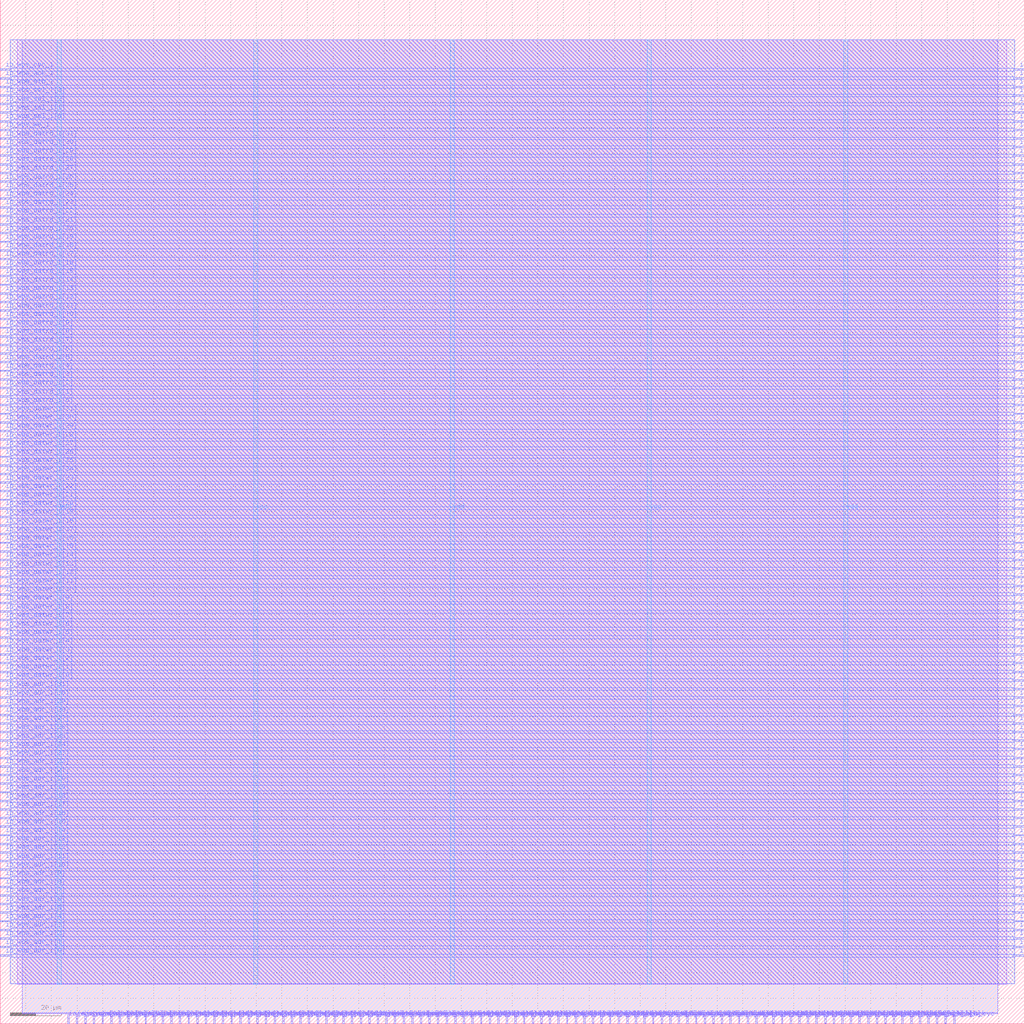
<source format=lef>
VERSION 5.7 ;
  NOWIREEXTENSIONATPIN ON ;
  DIVIDERCHAR "/" ;
  BUSBITCHARS "[]" ;
MACRO wb_mux
  CLASS BLOCK ;
  FOREIGN wb_mux ;
  ORIGIN 0.000 0.000 ;
  SIZE 400.000 BY 400.000 ;
  PIN io_wbs_ack
    DIRECTION OUTPUT TRISTATE ;
    USE SIGNAL ;
    PORT
      LAYER Metal2 ;
        RECT 369.040 0.000 369.600 4.000 ;
    END
  END io_wbs_ack
  PIN io_wbs_ack_0
    DIRECTION INPUT ;
    USE SIGNAL ;
    PORT
      LAYER Metal3 ;
        RECT 396.000 369.040 400.000 369.600 ;
    END
  END io_wbs_ack_0
  PIN io_wbs_ack_1
    DIRECTION INPUT ;
    USE SIGNAL ;
    PORT
      LAYER Metal3 ;
        RECT 0.000 369.040 4.000 369.600 ;
    END
  END io_wbs_ack_1
  PIN io_wbs_adr[0]
    DIRECTION INPUT ;
    USE SIGNAL ;
    PORT
      LAYER Metal2 ;
        RECT 26.320 0.000 26.880 4.000 ;
    END
  END io_wbs_adr[0]
  PIN io_wbs_adr[10]
    DIRECTION INPUT ;
    USE SIGNAL ;
    PORT
      LAYER Metal2 ;
        RECT 59.920 0.000 60.480 4.000 ;
    END
  END io_wbs_adr[10]
  PIN io_wbs_adr[11]
    DIRECTION INPUT ;
    USE SIGNAL ;
    PORT
      LAYER Metal2 ;
        RECT 63.280 0.000 63.840 4.000 ;
    END
  END io_wbs_adr[11]
  PIN io_wbs_adr[12]
    DIRECTION INPUT ;
    USE SIGNAL ;
    PORT
      LAYER Metal2 ;
        RECT 66.640 0.000 67.200 4.000 ;
    END
  END io_wbs_adr[12]
  PIN io_wbs_adr[13]
    DIRECTION INPUT ;
    USE SIGNAL ;
    PORT
      LAYER Metal2 ;
        RECT 70.000 0.000 70.560 4.000 ;
    END
  END io_wbs_adr[13]
  PIN io_wbs_adr[14]
    DIRECTION INPUT ;
    USE SIGNAL ;
    PORT
      LAYER Metal2 ;
        RECT 73.360 0.000 73.920 4.000 ;
    END
  END io_wbs_adr[14]
  PIN io_wbs_adr[15]
    DIRECTION INPUT ;
    USE SIGNAL ;
    PORT
      LAYER Metal2 ;
        RECT 76.720 0.000 77.280 4.000 ;
    END
  END io_wbs_adr[15]
  PIN io_wbs_adr[16]
    DIRECTION INPUT ;
    USE SIGNAL ;
    PORT
      LAYER Metal2 ;
        RECT 80.080 0.000 80.640 4.000 ;
    END
  END io_wbs_adr[16]
  PIN io_wbs_adr[17]
    DIRECTION INPUT ;
    USE SIGNAL ;
    PORT
      LAYER Metal2 ;
        RECT 83.440 0.000 84.000 4.000 ;
    END
  END io_wbs_adr[17]
  PIN io_wbs_adr[18]
    DIRECTION INPUT ;
    USE SIGNAL ;
    PORT
      LAYER Metal2 ;
        RECT 86.800 0.000 87.360 4.000 ;
    END
  END io_wbs_adr[18]
  PIN io_wbs_adr[19]
    DIRECTION INPUT ;
    USE SIGNAL ;
    PORT
      LAYER Metal2 ;
        RECT 90.160 0.000 90.720 4.000 ;
    END
  END io_wbs_adr[19]
  PIN io_wbs_adr[1]
    DIRECTION INPUT ;
    USE SIGNAL ;
    PORT
      LAYER Metal2 ;
        RECT 29.680 0.000 30.240 4.000 ;
    END
  END io_wbs_adr[1]
  PIN io_wbs_adr[20]
    DIRECTION INPUT ;
    USE SIGNAL ;
    PORT
      LAYER Metal2 ;
        RECT 93.520 0.000 94.080 4.000 ;
    END
  END io_wbs_adr[20]
  PIN io_wbs_adr[21]
    DIRECTION INPUT ;
    USE SIGNAL ;
    PORT
      LAYER Metal2 ;
        RECT 96.880 0.000 97.440 4.000 ;
    END
  END io_wbs_adr[21]
  PIN io_wbs_adr[22]
    DIRECTION INPUT ;
    USE SIGNAL ;
    PORT
      LAYER Metal2 ;
        RECT 100.240 0.000 100.800 4.000 ;
    END
  END io_wbs_adr[22]
  PIN io_wbs_adr[23]
    DIRECTION INPUT ;
    USE SIGNAL ;
    PORT
      LAYER Metal2 ;
        RECT 103.600 0.000 104.160 4.000 ;
    END
  END io_wbs_adr[23]
  PIN io_wbs_adr[24]
    DIRECTION INPUT ;
    USE SIGNAL ;
    PORT
      LAYER Metal2 ;
        RECT 106.960 0.000 107.520 4.000 ;
    END
  END io_wbs_adr[24]
  PIN io_wbs_adr[25]
    DIRECTION INPUT ;
    USE SIGNAL ;
    PORT
      LAYER Metal2 ;
        RECT 110.320 0.000 110.880 4.000 ;
    END
  END io_wbs_adr[25]
  PIN io_wbs_adr[26]
    DIRECTION INPUT ;
    USE SIGNAL ;
    PORT
      LAYER Metal2 ;
        RECT 113.680 0.000 114.240 4.000 ;
    END
  END io_wbs_adr[26]
  PIN io_wbs_adr[27]
    DIRECTION INPUT ;
    USE SIGNAL ;
    PORT
      LAYER Metal2 ;
        RECT 117.040 0.000 117.600 4.000 ;
    END
  END io_wbs_adr[27]
  PIN io_wbs_adr[28]
    DIRECTION INPUT ;
    USE SIGNAL ;
    PORT
      LAYER Metal2 ;
        RECT 120.400 0.000 120.960 4.000 ;
    END
  END io_wbs_adr[28]
  PIN io_wbs_adr[29]
    DIRECTION INPUT ;
    USE SIGNAL ;
    PORT
      LAYER Metal2 ;
        RECT 123.760 0.000 124.320 4.000 ;
    END
  END io_wbs_adr[29]
  PIN io_wbs_adr[2]
    DIRECTION INPUT ;
    USE SIGNAL ;
    PORT
      LAYER Metal2 ;
        RECT 33.040 0.000 33.600 4.000 ;
    END
  END io_wbs_adr[2]
  PIN io_wbs_adr[30]
    DIRECTION INPUT ;
    USE SIGNAL ;
    PORT
      LAYER Metal2 ;
        RECT 127.120 0.000 127.680 4.000 ;
    END
  END io_wbs_adr[30]
  PIN io_wbs_adr[31]
    DIRECTION INPUT ;
    USE SIGNAL ;
    PORT
      LAYER Metal2 ;
        RECT 130.480 0.000 131.040 4.000 ;
    END
  END io_wbs_adr[31]
  PIN io_wbs_adr[3]
    DIRECTION INPUT ;
    USE SIGNAL ;
    PORT
      LAYER Metal2 ;
        RECT 36.400 0.000 36.960 4.000 ;
    END
  END io_wbs_adr[3]
  PIN io_wbs_adr[4]
    DIRECTION INPUT ;
    USE SIGNAL ;
    PORT
      LAYER Metal2 ;
        RECT 39.760 0.000 40.320 4.000 ;
    END
  END io_wbs_adr[4]
  PIN io_wbs_adr[5]
    DIRECTION INPUT ;
    USE SIGNAL ;
    PORT
      LAYER Metal2 ;
        RECT 43.120 0.000 43.680 4.000 ;
    END
  END io_wbs_adr[5]
  PIN io_wbs_adr[6]
    DIRECTION INPUT ;
    USE SIGNAL ;
    PORT
      LAYER Metal2 ;
        RECT 46.480 0.000 47.040 4.000 ;
    END
  END io_wbs_adr[6]
  PIN io_wbs_adr[7]
    DIRECTION INPUT ;
    USE SIGNAL ;
    PORT
      LAYER Metal2 ;
        RECT 49.840 0.000 50.400 4.000 ;
    END
  END io_wbs_adr[7]
  PIN io_wbs_adr[8]
    DIRECTION INPUT ;
    USE SIGNAL ;
    PORT
      LAYER Metal2 ;
        RECT 53.200 0.000 53.760 4.000 ;
    END
  END io_wbs_adr[8]
  PIN io_wbs_adr[9]
    DIRECTION INPUT ;
    USE SIGNAL ;
    PORT
      LAYER Metal2 ;
        RECT 56.560 0.000 57.120 4.000 ;
    END
  END io_wbs_adr[9]
  PIN io_wbs_adr_0[0]
    DIRECTION OUTPUT TRISTATE ;
    USE SIGNAL ;
    PORT
      LAYER Metal3 ;
        RECT 396.000 26.320 400.000 26.880 ;
    END
  END io_wbs_adr_0[0]
  PIN io_wbs_adr_0[10]
    DIRECTION OUTPUT TRISTATE ;
    USE SIGNAL ;
    PORT
      LAYER Metal3 ;
        RECT 396.000 59.920 400.000 60.480 ;
    END
  END io_wbs_adr_0[10]
  PIN io_wbs_adr_0[11]
    DIRECTION OUTPUT TRISTATE ;
    USE SIGNAL ;
    PORT
      LAYER Metal3 ;
        RECT 396.000 63.280 400.000 63.840 ;
    END
  END io_wbs_adr_0[11]
  PIN io_wbs_adr_0[12]
    DIRECTION OUTPUT TRISTATE ;
    USE SIGNAL ;
    PORT
      LAYER Metal3 ;
        RECT 396.000 66.640 400.000 67.200 ;
    END
  END io_wbs_adr_0[12]
  PIN io_wbs_adr_0[13]
    DIRECTION OUTPUT TRISTATE ;
    USE SIGNAL ;
    PORT
      LAYER Metal3 ;
        RECT 396.000 70.000 400.000 70.560 ;
    END
  END io_wbs_adr_0[13]
  PIN io_wbs_adr_0[14]
    DIRECTION OUTPUT TRISTATE ;
    USE SIGNAL ;
    PORT
      LAYER Metal3 ;
        RECT 396.000 73.360 400.000 73.920 ;
    END
  END io_wbs_adr_0[14]
  PIN io_wbs_adr_0[15]
    DIRECTION OUTPUT TRISTATE ;
    USE SIGNAL ;
    PORT
      LAYER Metal3 ;
        RECT 396.000 76.720 400.000 77.280 ;
    END
  END io_wbs_adr_0[15]
  PIN io_wbs_adr_0[16]
    DIRECTION OUTPUT TRISTATE ;
    USE SIGNAL ;
    PORT
      LAYER Metal3 ;
        RECT 396.000 80.080 400.000 80.640 ;
    END
  END io_wbs_adr_0[16]
  PIN io_wbs_adr_0[17]
    DIRECTION OUTPUT TRISTATE ;
    USE SIGNAL ;
    PORT
      LAYER Metal3 ;
        RECT 396.000 83.440 400.000 84.000 ;
    END
  END io_wbs_adr_0[17]
  PIN io_wbs_adr_0[18]
    DIRECTION OUTPUT TRISTATE ;
    USE SIGNAL ;
    PORT
      LAYER Metal3 ;
        RECT 396.000 86.800 400.000 87.360 ;
    END
  END io_wbs_adr_0[18]
  PIN io_wbs_adr_0[19]
    DIRECTION OUTPUT TRISTATE ;
    USE SIGNAL ;
    PORT
      LAYER Metal3 ;
        RECT 396.000 90.160 400.000 90.720 ;
    END
  END io_wbs_adr_0[19]
  PIN io_wbs_adr_0[1]
    DIRECTION OUTPUT TRISTATE ;
    USE SIGNAL ;
    PORT
      LAYER Metal3 ;
        RECT 396.000 29.680 400.000 30.240 ;
    END
  END io_wbs_adr_0[1]
  PIN io_wbs_adr_0[20]
    DIRECTION OUTPUT TRISTATE ;
    USE SIGNAL ;
    PORT
      LAYER Metal3 ;
        RECT 396.000 93.520 400.000 94.080 ;
    END
  END io_wbs_adr_0[20]
  PIN io_wbs_adr_0[21]
    DIRECTION OUTPUT TRISTATE ;
    USE SIGNAL ;
    PORT
      LAYER Metal3 ;
        RECT 396.000 96.880 400.000 97.440 ;
    END
  END io_wbs_adr_0[21]
  PIN io_wbs_adr_0[22]
    DIRECTION OUTPUT TRISTATE ;
    USE SIGNAL ;
    PORT
      LAYER Metal3 ;
        RECT 396.000 100.240 400.000 100.800 ;
    END
  END io_wbs_adr_0[22]
  PIN io_wbs_adr_0[23]
    DIRECTION OUTPUT TRISTATE ;
    USE SIGNAL ;
    PORT
      LAYER Metal3 ;
        RECT 396.000 103.600 400.000 104.160 ;
    END
  END io_wbs_adr_0[23]
  PIN io_wbs_adr_0[24]
    DIRECTION OUTPUT TRISTATE ;
    USE SIGNAL ;
    PORT
      LAYER Metal3 ;
        RECT 396.000 106.960 400.000 107.520 ;
    END
  END io_wbs_adr_0[24]
  PIN io_wbs_adr_0[25]
    DIRECTION OUTPUT TRISTATE ;
    USE SIGNAL ;
    PORT
      LAYER Metal3 ;
        RECT 396.000 110.320 400.000 110.880 ;
    END
  END io_wbs_adr_0[25]
  PIN io_wbs_adr_0[26]
    DIRECTION OUTPUT TRISTATE ;
    USE SIGNAL ;
    PORT
      LAYER Metal3 ;
        RECT 396.000 113.680 400.000 114.240 ;
    END
  END io_wbs_adr_0[26]
  PIN io_wbs_adr_0[27]
    DIRECTION OUTPUT TRISTATE ;
    USE SIGNAL ;
    PORT
      LAYER Metal3 ;
        RECT 396.000 117.040 400.000 117.600 ;
    END
  END io_wbs_adr_0[27]
  PIN io_wbs_adr_0[28]
    DIRECTION OUTPUT TRISTATE ;
    USE SIGNAL ;
    PORT
      LAYER Metal3 ;
        RECT 396.000 120.400 400.000 120.960 ;
    END
  END io_wbs_adr_0[28]
  PIN io_wbs_adr_0[29]
    DIRECTION OUTPUT TRISTATE ;
    USE SIGNAL ;
    PORT
      LAYER Metal3 ;
        RECT 396.000 123.760 400.000 124.320 ;
    END
  END io_wbs_adr_0[29]
  PIN io_wbs_adr_0[2]
    DIRECTION OUTPUT TRISTATE ;
    USE SIGNAL ;
    PORT
      LAYER Metal3 ;
        RECT 396.000 33.040 400.000 33.600 ;
    END
  END io_wbs_adr_0[2]
  PIN io_wbs_adr_0[30]
    DIRECTION OUTPUT TRISTATE ;
    USE SIGNAL ;
    PORT
      LAYER Metal3 ;
        RECT 396.000 127.120 400.000 127.680 ;
    END
  END io_wbs_adr_0[30]
  PIN io_wbs_adr_0[31]
    DIRECTION OUTPUT TRISTATE ;
    USE SIGNAL ;
    PORT
      LAYER Metal3 ;
        RECT 396.000 130.480 400.000 131.040 ;
    END
  END io_wbs_adr_0[31]
  PIN io_wbs_adr_0[3]
    DIRECTION OUTPUT TRISTATE ;
    USE SIGNAL ;
    PORT
      LAYER Metal3 ;
        RECT 396.000 36.400 400.000 36.960 ;
    END
  END io_wbs_adr_0[3]
  PIN io_wbs_adr_0[4]
    DIRECTION OUTPUT TRISTATE ;
    USE SIGNAL ;
    PORT
      LAYER Metal3 ;
        RECT 396.000 39.760 400.000 40.320 ;
    END
  END io_wbs_adr_0[4]
  PIN io_wbs_adr_0[5]
    DIRECTION OUTPUT TRISTATE ;
    USE SIGNAL ;
    PORT
      LAYER Metal3 ;
        RECT 396.000 43.120 400.000 43.680 ;
    END
  END io_wbs_adr_0[5]
  PIN io_wbs_adr_0[6]
    DIRECTION OUTPUT TRISTATE ;
    USE SIGNAL ;
    PORT
      LAYER Metal3 ;
        RECT 396.000 46.480 400.000 47.040 ;
    END
  END io_wbs_adr_0[6]
  PIN io_wbs_adr_0[7]
    DIRECTION OUTPUT TRISTATE ;
    USE SIGNAL ;
    PORT
      LAYER Metal3 ;
        RECT 396.000 49.840 400.000 50.400 ;
    END
  END io_wbs_adr_0[7]
  PIN io_wbs_adr_0[8]
    DIRECTION OUTPUT TRISTATE ;
    USE SIGNAL ;
    PORT
      LAYER Metal3 ;
        RECT 396.000 53.200 400.000 53.760 ;
    END
  END io_wbs_adr_0[8]
  PIN io_wbs_adr_0[9]
    DIRECTION OUTPUT TRISTATE ;
    USE SIGNAL ;
    PORT
      LAYER Metal3 ;
        RECT 396.000 56.560 400.000 57.120 ;
    END
  END io_wbs_adr_0[9]
  PIN io_wbs_adr_1[0]
    DIRECTION OUTPUT TRISTATE ;
    USE SIGNAL ;
    PORT
      LAYER Metal3 ;
        RECT 0.000 26.320 4.000 26.880 ;
    END
  END io_wbs_adr_1[0]
  PIN io_wbs_adr_1[10]
    DIRECTION OUTPUT TRISTATE ;
    USE SIGNAL ;
    PORT
      LAYER Metal3 ;
        RECT 0.000 59.920 4.000 60.480 ;
    END
  END io_wbs_adr_1[10]
  PIN io_wbs_adr_1[11]
    DIRECTION OUTPUT TRISTATE ;
    USE SIGNAL ;
    PORT
      LAYER Metal3 ;
        RECT 0.000 63.280 4.000 63.840 ;
    END
  END io_wbs_adr_1[11]
  PIN io_wbs_adr_1[12]
    DIRECTION OUTPUT TRISTATE ;
    USE SIGNAL ;
    PORT
      LAYER Metal3 ;
        RECT 0.000 66.640 4.000 67.200 ;
    END
  END io_wbs_adr_1[12]
  PIN io_wbs_adr_1[13]
    DIRECTION OUTPUT TRISTATE ;
    USE SIGNAL ;
    PORT
      LAYER Metal3 ;
        RECT 0.000 70.000 4.000 70.560 ;
    END
  END io_wbs_adr_1[13]
  PIN io_wbs_adr_1[14]
    DIRECTION OUTPUT TRISTATE ;
    USE SIGNAL ;
    PORT
      LAYER Metal3 ;
        RECT 0.000 73.360 4.000 73.920 ;
    END
  END io_wbs_adr_1[14]
  PIN io_wbs_adr_1[15]
    DIRECTION OUTPUT TRISTATE ;
    USE SIGNAL ;
    PORT
      LAYER Metal3 ;
        RECT 0.000 76.720 4.000 77.280 ;
    END
  END io_wbs_adr_1[15]
  PIN io_wbs_adr_1[16]
    DIRECTION OUTPUT TRISTATE ;
    USE SIGNAL ;
    PORT
      LAYER Metal3 ;
        RECT 0.000 80.080 4.000 80.640 ;
    END
  END io_wbs_adr_1[16]
  PIN io_wbs_adr_1[17]
    DIRECTION OUTPUT TRISTATE ;
    USE SIGNAL ;
    PORT
      LAYER Metal3 ;
        RECT 0.000 83.440 4.000 84.000 ;
    END
  END io_wbs_adr_1[17]
  PIN io_wbs_adr_1[18]
    DIRECTION OUTPUT TRISTATE ;
    USE SIGNAL ;
    PORT
      LAYER Metal3 ;
        RECT 0.000 86.800 4.000 87.360 ;
    END
  END io_wbs_adr_1[18]
  PIN io_wbs_adr_1[19]
    DIRECTION OUTPUT TRISTATE ;
    USE SIGNAL ;
    PORT
      LAYER Metal3 ;
        RECT 0.000 90.160 4.000 90.720 ;
    END
  END io_wbs_adr_1[19]
  PIN io_wbs_adr_1[1]
    DIRECTION OUTPUT TRISTATE ;
    USE SIGNAL ;
    PORT
      LAYER Metal3 ;
        RECT 0.000 29.680 4.000 30.240 ;
    END
  END io_wbs_adr_1[1]
  PIN io_wbs_adr_1[20]
    DIRECTION OUTPUT TRISTATE ;
    USE SIGNAL ;
    PORT
      LAYER Metal3 ;
        RECT 0.000 93.520 4.000 94.080 ;
    END
  END io_wbs_adr_1[20]
  PIN io_wbs_adr_1[21]
    DIRECTION OUTPUT TRISTATE ;
    USE SIGNAL ;
    PORT
      LAYER Metal3 ;
        RECT 0.000 96.880 4.000 97.440 ;
    END
  END io_wbs_adr_1[21]
  PIN io_wbs_adr_1[22]
    DIRECTION OUTPUT TRISTATE ;
    USE SIGNAL ;
    PORT
      LAYER Metal3 ;
        RECT 0.000 100.240 4.000 100.800 ;
    END
  END io_wbs_adr_1[22]
  PIN io_wbs_adr_1[23]
    DIRECTION OUTPUT TRISTATE ;
    USE SIGNAL ;
    PORT
      LAYER Metal3 ;
        RECT 0.000 103.600 4.000 104.160 ;
    END
  END io_wbs_adr_1[23]
  PIN io_wbs_adr_1[24]
    DIRECTION OUTPUT TRISTATE ;
    USE SIGNAL ;
    PORT
      LAYER Metal3 ;
        RECT 0.000 106.960 4.000 107.520 ;
    END
  END io_wbs_adr_1[24]
  PIN io_wbs_adr_1[25]
    DIRECTION OUTPUT TRISTATE ;
    USE SIGNAL ;
    PORT
      LAYER Metal3 ;
        RECT 0.000 110.320 4.000 110.880 ;
    END
  END io_wbs_adr_1[25]
  PIN io_wbs_adr_1[26]
    DIRECTION OUTPUT TRISTATE ;
    USE SIGNAL ;
    PORT
      LAYER Metal3 ;
        RECT 0.000 113.680 4.000 114.240 ;
    END
  END io_wbs_adr_1[26]
  PIN io_wbs_adr_1[27]
    DIRECTION OUTPUT TRISTATE ;
    USE SIGNAL ;
    PORT
      LAYER Metal3 ;
        RECT 0.000 117.040 4.000 117.600 ;
    END
  END io_wbs_adr_1[27]
  PIN io_wbs_adr_1[28]
    DIRECTION OUTPUT TRISTATE ;
    USE SIGNAL ;
    PORT
      LAYER Metal3 ;
        RECT 0.000 120.400 4.000 120.960 ;
    END
  END io_wbs_adr_1[28]
  PIN io_wbs_adr_1[29]
    DIRECTION OUTPUT TRISTATE ;
    USE SIGNAL ;
    PORT
      LAYER Metal3 ;
        RECT 0.000 123.760 4.000 124.320 ;
    END
  END io_wbs_adr_1[29]
  PIN io_wbs_adr_1[2]
    DIRECTION OUTPUT TRISTATE ;
    USE SIGNAL ;
    PORT
      LAYER Metal3 ;
        RECT 0.000 33.040 4.000 33.600 ;
    END
  END io_wbs_adr_1[2]
  PIN io_wbs_adr_1[30]
    DIRECTION OUTPUT TRISTATE ;
    USE SIGNAL ;
    PORT
      LAYER Metal3 ;
        RECT 0.000 127.120 4.000 127.680 ;
    END
  END io_wbs_adr_1[30]
  PIN io_wbs_adr_1[31]
    DIRECTION OUTPUT TRISTATE ;
    USE SIGNAL ;
    PORT
      LAYER Metal3 ;
        RECT 0.000 130.480 4.000 131.040 ;
    END
  END io_wbs_adr_1[31]
  PIN io_wbs_adr_1[3]
    DIRECTION OUTPUT TRISTATE ;
    USE SIGNAL ;
    PORT
      LAYER Metal3 ;
        RECT 0.000 36.400 4.000 36.960 ;
    END
  END io_wbs_adr_1[3]
  PIN io_wbs_adr_1[4]
    DIRECTION OUTPUT TRISTATE ;
    USE SIGNAL ;
    PORT
      LAYER Metal3 ;
        RECT 0.000 39.760 4.000 40.320 ;
    END
  END io_wbs_adr_1[4]
  PIN io_wbs_adr_1[5]
    DIRECTION OUTPUT TRISTATE ;
    USE SIGNAL ;
    PORT
      LAYER Metal3 ;
        RECT 0.000 43.120 4.000 43.680 ;
    END
  END io_wbs_adr_1[5]
  PIN io_wbs_adr_1[6]
    DIRECTION OUTPUT TRISTATE ;
    USE SIGNAL ;
    PORT
      LAYER Metal3 ;
        RECT 0.000 46.480 4.000 47.040 ;
    END
  END io_wbs_adr_1[6]
  PIN io_wbs_adr_1[7]
    DIRECTION OUTPUT TRISTATE ;
    USE SIGNAL ;
    PORT
      LAYER Metal3 ;
        RECT 0.000 49.840 4.000 50.400 ;
    END
  END io_wbs_adr_1[7]
  PIN io_wbs_adr_1[8]
    DIRECTION OUTPUT TRISTATE ;
    USE SIGNAL ;
    PORT
      LAYER Metal3 ;
        RECT 0.000 53.200 4.000 53.760 ;
    END
  END io_wbs_adr_1[8]
  PIN io_wbs_adr_1[9]
    DIRECTION OUTPUT TRISTATE ;
    USE SIGNAL ;
    PORT
      LAYER Metal3 ;
        RECT 0.000 56.560 4.000 57.120 ;
    END
  END io_wbs_adr_1[9]
  PIN io_wbs_cyc
    DIRECTION INPUT ;
    USE SIGNAL ;
    PORT
      LAYER Metal2 ;
        RECT 372.400 0.000 372.960 4.000 ;
    END
  END io_wbs_cyc
  PIN io_wbs_cyc_0
    DIRECTION OUTPUT TRISTATE ;
    USE SIGNAL ;
    PORT
      LAYER Metal3 ;
        RECT 396.000 372.400 400.000 372.960 ;
    END
  END io_wbs_cyc_0
  PIN io_wbs_cyc_1
    DIRECTION OUTPUT TRISTATE ;
    USE SIGNAL ;
    PORT
      LAYER Metal3 ;
        RECT 0.000 372.400 4.000 372.960 ;
    END
  END io_wbs_cyc_1
  PIN io_wbs_datrd[0]
    DIRECTION OUTPUT TRISTATE ;
    USE SIGNAL ;
    PORT
      LAYER Metal2 ;
        RECT 241.360 0.000 241.920 4.000 ;
    END
  END io_wbs_datrd[0]
  PIN io_wbs_datrd[10]
    DIRECTION OUTPUT TRISTATE ;
    USE SIGNAL ;
    PORT
      LAYER Metal2 ;
        RECT 274.960 0.000 275.520 4.000 ;
    END
  END io_wbs_datrd[10]
  PIN io_wbs_datrd[11]
    DIRECTION OUTPUT TRISTATE ;
    USE SIGNAL ;
    PORT
      LAYER Metal2 ;
        RECT 278.320 0.000 278.880 4.000 ;
    END
  END io_wbs_datrd[11]
  PIN io_wbs_datrd[12]
    DIRECTION OUTPUT TRISTATE ;
    USE SIGNAL ;
    PORT
      LAYER Metal2 ;
        RECT 281.680 0.000 282.240 4.000 ;
    END
  END io_wbs_datrd[12]
  PIN io_wbs_datrd[13]
    DIRECTION OUTPUT TRISTATE ;
    USE SIGNAL ;
    PORT
      LAYER Metal2 ;
        RECT 285.040 0.000 285.600 4.000 ;
    END
  END io_wbs_datrd[13]
  PIN io_wbs_datrd[14]
    DIRECTION OUTPUT TRISTATE ;
    USE SIGNAL ;
    PORT
      LAYER Metal2 ;
        RECT 288.400 0.000 288.960 4.000 ;
    END
  END io_wbs_datrd[14]
  PIN io_wbs_datrd[15]
    DIRECTION OUTPUT TRISTATE ;
    USE SIGNAL ;
    PORT
      LAYER Metal2 ;
        RECT 291.760 0.000 292.320 4.000 ;
    END
  END io_wbs_datrd[15]
  PIN io_wbs_datrd[16]
    DIRECTION OUTPUT TRISTATE ;
    USE SIGNAL ;
    PORT
      LAYER Metal2 ;
        RECT 295.120 0.000 295.680 4.000 ;
    END
  END io_wbs_datrd[16]
  PIN io_wbs_datrd[17]
    DIRECTION OUTPUT TRISTATE ;
    USE SIGNAL ;
    PORT
      LAYER Metal2 ;
        RECT 298.480 0.000 299.040 4.000 ;
    END
  END io_wbs_datrd[17]
  PIN io_wbs_datrd[18]
    DIRECTION OUTPUT TRISTATE ;
    USE SIGNAL ;
    PORT
      LAYER Metal2 ;
        RECT 301.840 0.000 302.400 4.000 ;
    END
  END io_wbs_datrd[18]
  PIN io_wbs_datrd[19]
    DIRECTION OUTPUT TRISTATE ;
    USE SIGNAL ;
    PORT
      LAYER Metal2 ;
        RECT 305.200 0.000 305.760 4.000 ;
    END
  END io_wbs_datrd[19]
  PIN io_wbs_datrd[1]
    DIRECTION OUTPUT TRISTATE ;
    USE SIGNAL ;
    PORT
      LAYER Metal2 ;
        RECT 244.720 0.000 245.280 4.000 ;
    END
  END io_wbs_datrd[1]
  PIN io_wbs_datrd[20]
    DIRECTION OUTPUT TRISTATE ;
    USE SIGNAL ;
    PORT
      LAYER Metal2 ;
        RECT 308.560 0.000 309.120 4.000 ;
    END
  END io_wbs_datrd[20]
  PIN io_wbs_datrd[21]
    DIRECTION OUTPUT TRISTATE ;
    USE SIGNAL ;
    PORT
      LAYER Metal2 ;
        RECT 311.920 0.000 312.480 4.000 ;
    END
  END io_wbs_datrd[21]
  PIN io_wbs_datrd[22]
    DIRECTION OUTPUT TRISTATE ;
    USE SIGNAL ;
    PORT
      LAYER Metal2 ;
        RECT 315.280 0.000 315.840 4.000 ;
    END
  END io_wbs_datrd[22]
  PIN io_wbs_datrd[23]
    DIRECTION OUTPUT TRISTATE ;
    USE SIGNAL ;
    PORT
      LAYER Metal2 ;
        RECT 318.640 0.000 319.200 4.000 ;
    END
  END io_wbs_datrd[23]
  PIN io_wbs_datrd[24]
    DIRECTION OUTPUT TRISTATE ;
    USE SIGNAL ;
    PORT
      LAYER Metal2 ;
        RECT 322.000 0.000 322.560 4.000 ;
    END
  END io_wbs_datrd[24]
  PIN io_wbs_datrd[25]
    DIRECTION OUTPUT TRISTATE ;
    USE SIGNAL ;
    PORT
      LAYER Metal2 ;
        RECT 325.360 0.000 325.920 4.000 ;
    END
  END io_wbs_datrd[25]
  PIN io_wbs_datrd[26]
    DIRECTION OUTPUT TRISTATE ;
    USE SIGNAL ;
    PORT
      LAYER Metal2 ;
        RECT 328.720 0.000 329.280 4.000 ;
    END
  END io_wbs_datrd[26]
  PIN io_wbs_datrd[27]
    DIRECTION OUTPUT TRISTATE ;
    USE SIGNAL ;
    PORT
      LAYER Metal2 ;
        RECT 332.080 0.000 332.640 4.000 ;
    END
  END io_wbs_datrd[27]
  PIN io_wbs_datrd[28]
    DIRECTION OUTPUT TRISTATE ;
    USE SIGNAL ;
    PORT
      LAYER Metal2 ;
        RECT 335.440 0.000 336.000 4.000 ;
    END
  END io_wbs_datrd[28]
  PIN io_wbs_datrd[29]
    DIRECTION OUTPUT TRISTATE ;
    USE SIGNAL ;
    PORT
      LAYER Metal2 ;
        RECT 338.800 0.000 339.360 4.000 ;
    END
  END io_wbs_datrd[29]
  PIN io_wbs_datrd[2]
    DIRECTION OUTPUT TRISTATE ;
    USE SIGNAL ;
    PORT
      LAYER Metal2 ;
        RECT 248.080 0.000 248.640 4.000 ;
    END
  END io_wbs_datrd[2]
  PIN io_wbs_datrd[30]
    DIRECTION OUTPUT TRISTATE ;
    USE SIGNAL ;
    PORT
      LAYER Metal2 ;
        RECT 342.160 0.000 342.720 4.000 ;
    END
  END io_wbs_datrd[30]
  PIN io_wbs_datrd[31]
    DIRECTION OUTPUT TRISTATE ;
    USE SIGNAL ;
    PORT
      LAYER Metal2 ;
        RECT 345.520 0.000 346.080 4.000 ;
    END
  END io_wbs_datrd[31]
  PIN io_wbs_datrd[3]
    DIRECTION OUTPUT TRISTATE ;
    USE SIGNAL ;
    PORT
      LAYER Metal2 ;
        RECT 251.440 0.000 252.000 4.000 ;
    END
  END io_wbs_datrd[3]
  PIN io_wbs_datrd[4]
    DIRECTION OUTPUT TRISTATE ;
    USE SIGNAL ;
    PORT
      LAYER Metal2 ;
        RECT 254.800 0.000 255.360 4.000 ;
    END
  END io_wbs_datrd[4]
  PIN io_wbs_datrd[5]
    DIRECTION OUTPUT TRISTATE ;
    USE SIGNAL ;
    PORT
      LAYER Metal2 ;
        RECT 258.160 0.000 258.720 4.000 ;
    END
  END io_wbs_datrd[5]
  PIN io_wbs_datrd[6]
    DIRECTION OUTPUT TRISTATE ;
    USE SIGNAL ;
    PORT
      LAYER Metal2 ;
        RECT 261.520 0.000 262.080 4.000 ;
    END
  END io_wbs_datrd[6]
  PIN io_wbs_datrd[7]
    DIRECTION OUTPUT TRISTATE ;
    USE SIGNAL ;
    PORT
      LAYER Metal2 ;
        RECT 264.880 0.000 265.440 4.000 ;
    END
  END io_wbs_datrd[7]
  PIN io_wbs_datrd[8]
    DIRECTION OUTPUT TRISTATE ;
    USE SIGNAL ;
    PORT
      LAYER Metal2 ;
        RECT 268.240 0.000 268.800 4.000 ;
    END
  END io_wbs_datrd[8]
  PIN io_wbs_datrd[9]
    DIRECTION OUTPUT TRISTATE ;
    USE SIGNAL ;
    PORT
      LAYER Metal2 ;
        RECT 271.600 0.000 272.160 4.000 ;
    END
  END io_wbs_datrd[9]
  PIN io_wbs_datrd_0[0]
    DIRECTION INPUT ;
    USE SIGNAL ;
    PORT
      LAYER Metal3 ;
        RECT 396.000 241.360 400.000 241.920 ;
    END
  END io_wbs_datrd_0[0]
  PIN io_wbs_datrd_0[10]
    DIRECTION INPUT ;
    USE SIGNAL ;
    PORT
      LAYER Metal3 ;
        RECT 396.000 274.960 400.000 275.520 ;
    END
  END io_wbs_datrd_0[10]
  PIN io_wbs_datrd_0[11]
    DIRECTION INPUT ;
    USE SIGNAL ;
    PORT
      LAYER Metal3 ;
        RECT 396.000 278.320 400.000 278.880 ;
    END
  END io_wbs_datrd_0[11]
  PIN io_wbs_datrd_0[12]
    DIRECTION INPUT ;
    USE SIGNAL ;
    PORT
      LAYER Metal3 ;
        RECT 396.000 281.680 400.000 282.240 ;
    END
  END io_wbs_datrd_0[12]
  PIN io_wbs_datrd_0[13]
    DIRECTION INPUT ;
    USE SIGNAL ;
    PORT
      LAYER Metal3 ;
        RECT 396.000 285.040 400.000 285.600 ;
    END
  END io_wbs_datrd_0[13]
  PIN io_wbs_datrd_0[14]
    DIRECTION INPUT ;
    USE SIGNAL ;
    PORT
      LAYER Metal3 ;
        RECT 396.000 288.400 400.000 288.960 ;
    END
  END io_wbs_datrd_0[14]
  PIN io_wbs_datrd_0[15]
    DIRECTION INPUT ;
    USE SIGNAL ;
    PORT
      LAYER Metal3 ;
        RECT 396.000 291.760 400.000 292.320 ;
    END
  END io_wbs_datrd_0[15]
  PIN io_wbs_datrd_0[16]
    DIRECTION INPUT ;
    USE SIGNAL ;
    PORT
      LAYER Metal3 ;
        RECT 396.000 295.120 400.000 295.680 ;
    END
  END io_wbs_datrd_0[16]
  PIN io_wbs_datrd_0[17]
    DIRECTION INPUT ;
    USE SIGNAL ;
    PORT
      LAYER Metal3 ;
        RECT 396.000 298.480 400.000 299.040 ;
    END
  END io_wbs_datrd_0[17]
  PIN io_wbs_datrd_0[18]
    DIRECTION INPUT ;
    USE SIGNAL ;
    PORT
      LAYER Metal3 ;
        RECT 396.000 301.840 400.000 302.400 ;
    END
  END io_wbs_datrd_0[18]
  PIN io_wbs_datrd_0[19]
    DIRECTION INPUT ;
    USE SIGNAL ;
    PORT
      LAYER Metal3 ;
        RECT 396.000 305.200 400.000 305.760 ;
    END
  END io_wbs_datrd_0[19]
  PIN io_wbs_datrd_0[1]
    DIRECTION INPUT ;
    USE SIGNAL ;
    PORT
      LAYER Metal3 ;
        RECT 396.000 244.720 400.000 245.280 ;
    END
  END io_wbs_datrd_0[1]
  PIN io_wbs_datrd_0[20]
    DIRECTION INPUT ;
    USE SIGNAL ;
    PORT
      LAYER Metal3 ;
        RECT 396.000 308.560 400.000 309.120 ;
    END
  END io_wbs_datrd_0[20]
  PIN io_wbs_datrd_0[21]
    DIRECTION INPUT ;
    USE SIGNAL ;
    PORT
      LAYER Metal3 ;
        RECT 396.000 311.920 400.000 312.480 ;
    END
  END io_wbs_datrd_0[21]
  PIN io_wbs_datrd_0[22]
    DIRECTION INPUT ;
    USE SIGNAL ;
    PORT
      LAYER Metal3 ;
        RECT 396.000 315.280 400.000 315.840 ;
    END
  END io_wbs_datrd_0[22]
  PIN io_wbs_datrd_0[23]
    DIRECTION INPUT ;
    USE SIGNAL ;
    PORT
      LAYER Metal3 ;
        RECT 396.000 318.640 400.000 319.200 ;
    END
  END io_wbs_datrd_0[23]
  PIN io_wbs_datrd_0[24]
    DIRECTION INPUT ;
    USE SIGNAL ;
    PORT
      LAYER Metal3 ;
        RECT 396.000 322.000 400.000 322.560 ;
    END
  END io_wbs_datrd_0[24]
  PIN io_wbs_datrd_0[25]
    DIRECTION INPUT ;
    USE SIGNAL ;
    PORT
      LAYER Metal3 ;
        RECT 396.000 325.360 400.000 325.920 ;
    END
  END io_wbs_datrd_0[25]
  PIN io_wbs_datrd_0[26]
    DIRECTION INPUT ;
    USE SIGNAL ;
    PORT
      LAYER Metal3 ;
        RECT 396.000 328.720 400.000 329.280 ;
    END
  END io_wbs_datrd_0[26]
  PIN io_wbs_datrd_0[27]
    DIRECTION INPUT ;
    USE SIGNAL ;
    PORT
      LAYER Metal3 ;
        RECT 396.000 332.080 400.000 332.640 ;
    END
  END io_wbs_datrd_0[27]
  PIN io_wbs_datrd_0[28]
    DIRECTION INPUT ;
    USE SIGNAL ;
    PORT
      LAYER Metal3 ;
        RECT 396.000 335.440 400.000 336.000 ;
    END
  END io_wbs_datrd_0[28]
  PIN io_wbs_datrd_0[29]
    DIRECTION INPUT ;
    USE SIGNAL ;
    PORT
      LAYER Metal3 ;
        RECT 396.000 338.800 400.000 339.360 ;
    END
  END io_wbs_datrd_0[29]
  PIN io_wbs_datrd_0[2]
    DIRECTION INPUT ;
    USE SIGNAL ;
    PORT
      LAYER Metal3 ;
        RECT 396.000 248.080 400.000 248.640 ;
    END
  END io_wbs_datrd_0[2]
  PIN io_wbs_datrd_0[30]
    DIRECTION INPUT ;
    USE SIGNAL ;
    PORT
      LAYER Metal3 ;
        RECT 396.000 342.160 400.000 342.720 ;
    END
  END io_wbs_datrd_0[30]
  PIN io_wbs_datrd_0[31]
    DIRECTION INPUT ;
    USE SIGNAL ;
    PORT
      LAYER Metal3 ;
        RECT 396.000 345.520 400.000 346.080 ;
    END
  END io_wbs_datrd_0[31]
  PIN io_wbs_datrd_0[3]
    DIRECTION INPUT ;
    USE SIGNAL ;
    PORT
      LAYER Metal3 ;
        RECT 396.000 251.440 400.000 252.000 ;
    END
  END io_wbs_datrd_0[3]
  PIN io_wbs_datrd_0[4]
    DIRECTION INPUT ;
    USE SIGNAL ;
    PORT
      LAYER Metal3 ;
        RECT 396.000 254.800 400.000 255.360 ;
    END
  END io_wbs_datrd_0[4]
  PIN io_wbs_datrd_0[5]
    DIRECTION INPUT ;
    USE SIGNAL ;
    PORT
      LAYER Metal3 ;
        RECT 396.000 258.160 400.000 258.720 ;
    END
  END io_wbs_datrd_0[5]
  PIN io_wbs_datrd_0[6]
    DIRECTION INPUT ;
    USE SIGNAL ;
    PORT
      LAYER Metal3 ;
        RECT 396.000 261.520 400.000 262.080 ;
    END
  END io_wbs_datrd_0[6]
  PIN io_wbs_datrd_0[7]
    DIRECTION INPUT ;
    USE SIGNAL ;
    PORT
      LAYER Metal3 ;
        RECT 396.000 264.880 400.000 265.440 ;
    END
  END io_wbs_datrd_0[7]
  PIN io_wbs_datrd_0[8]
    DIRECTION INPUT ;
    USE SIGNAL ;
    PORT
      LAYER Metal3 ;
        RECT 396.000 268.240 400.000 268.800 ;
    END
  END io_wbs_datrd_0[8]
  PIN io_wbs_datrd_0[9]
    DIRECTION INPUT ;
    USE SIGNAL ;
    PORT
      LAYER Metal3 ;
        RECT 396.000 271.600 400.000 272.160 ;
    END
  END io_wbs_datrd_0[9]
  PIN io_wbs_datrd_1[0]
    DIRECTION INPUT ;
    USE SIGNAL ;
    PORT
      LAYER Metal3 ;
        RECT 0.000 241.360 4.000 241.920 ;
    END
  END io_wbs_datrd_1[0]
  PIN io_wbs_datrd_1[10]
    DIRECTION INPUT ;
    USE SIGNAL ;
    PORT
      LAYER Metal3 ;
        RECT 0.000 274.960 4.000 275.520 ;
    END
  END io_wbs_datrd_1[10]
  PIN io_wbs_datrd_1[11]
    DIRECTION INPUT ;
    USE SIGNAL ;
    PORT
      LAYER Metal3 ;
        RECT 0.000 278.320 4.000 278.880 ;
    END
  END io_wbs_datrd_1[11]
  PIN io_wbs_datrd_1[12]
    DIRECTION INPUT ;
    USE SIGNAL ;
    PORT
      LAYER Metal3 ;
        RECT 0.000 281.680 4.000 282.240 ;
    END
  END io_wbs_datrd_1[12]
  PIN io_wbs_datrd_1[13]
    DIRECTION INPUT ;
    USE SIGNAL ;
    PORT
      LAYER Metal3 ;
        RECT 0.000 285.040 4.000 285.600 ;
    END
  END io_wbs_datrd_1[13]
  PIN io_wbs_datrd_1[14]
    DIRECTION INPUT ;
    USE SIGNAL ;
    PORT
      LAYER Metal3 ;
        RECT 0.000 288.400 4.000 288.960 ;
    END
  END io_wbs_datrd_1[14]
  PIN io_wbs_datrd_1[15]
    DIRECTION INPUT ;
    USE SIGNAL ;
    PORT
      LAYER Metal3 ;
        RECT 0.000 291.760 4.000 292.320 ;
    END
  END io_wbs_datrd_1[15]
  PIN io_wbs_datrd_1[16]
    DIRECTION INPUT ;
    USE SIGNAL ;
    PORT
      LAYER Metal3 ;
        RECT 0.000 295.120 4.000 295.680 ;
    END
  END io_wbs_datrd_1[16]
  PIN io_wbs_datrd_1[17]
    DIRECTION INPUT ;
    USE SIGNAL ;
    PORT
      LAYER Metal3 ;
        RECT 0.000 298.480 4.000 299.040 ;
    END
  END io_wbs_datrd_1[17]
  PIN io_wbs_datrd_1[18]
    DIRECTION INPUT ;
    USE SIGNAL ;
    PORT
      LAYER Metal3 ;
        RECT 0.000 301.840 4.000 302.400 ;
    END
  END io_wbs_datrd_1[18]
  PIN io_wbs_datrd_1[19]
    DIRECTION INPUT ;
    USE SIGNAL ;
    PORT
      LAYER Metal3 ;
        RECT 0.000 305.200 4.000 305.760 ;
    END
  END io_wbs_datrd_1[19]
  PIN io_wbs_datrd_1[1]
    DIRECTION INPUT ;
    USE SIGNAL ;
    PORT
      LAYER Metal3 ;
        RECT 0.000 244.720 4.000 245.280 ;
    END
  END io_wbs_datrd_1[1]
  PIN io_wbs_datrd_1[20]
    DIRECTION INPUT ;
    USE SIGNAL ;
    PORT
      LAYER Metal3 ;
        RECT 0.000 308.560 4.000 309.120 ;
    END
  END io_wbs_datrd_1[20]
  PIN io_wbs_datrd_1[21]
    DIRECTION INPUT ;
    USE SIGNAL ;
    PORT
      LAYER Metal3 ;
        RECT 0.000 311.920 4.000 312.480 ;
    END
  END io_wbs_datrd_1[21]
  PIN io_wbs_datrd_1[22]
    DIRECTION INPUT ;
    USE SIGNAL ;
    PORT
      LAYER Metal3 ;
        RECT 0.000 315.280 4.000 315.840 ;
    END
  END io_wbs_datrd_1[22]
  PIN io_wbs_datrd_1[23]
    DIRECTION INPUT ;
    USE SIGNAL ;
    PORT
      LAYER Metal3 ;
        RECT 0.000 318.640 4.000 319.200 ;
    END
  END io_wbs_datrd_1[23]
  PIN io_wbs_datrd_1[24]
    DIRECTION INPUT ;
    USE SIGNAL ;
    PORT
      LAYER Metal3 ;
        RECT 0.000 322.000 4.000 322.560 ;
    END
  END io_wbs_datrd_1[24]
  PIN io_wbs_datrd_1[25]
    DIRECTION INPUT ;
    USE SIGNAL ;
    PORT
      LAYER Metal3 ;
        RECT 0.000 325.360 4.000 325.920 ;
    END
  END io_wbs_datrd_1[25]
  PIN io_wbs_datrd_1[26]
    DIRECTION INPUT ;
    USE SIGNAL ;
    PORT
      LAYER Metal3 ;
        RECT 0.000 328.720 4.000 329.280 ;
    END
  END io_wbs_datrd_1[26]
  PIN io_wbs_datrd_1[27]
    DIRECTION INPUT ;
    USE SIGNAL ;
    PORT
      LAYER Metal3 ;
        RECT 0.000 332.080 4.000 332.640 ;
    END
  END io_wbs_datrd_1[27]
  PIN io_wbs_datrd_1[28]
    DIRECTION INPUT ;
    USE SIGNAL ;
    PORT
      LAYER Metal3 ;
        RECT 0.000 335.440 4.000 336.000 ;
    END
  END io_wbs_datrd_1[28]
  PIN io_wbs_datrd_1[29]
    DIRECTION INPUT ;
    USE SIGNAL ;
    PORT
      LAYER Metal3 ;
        RECT 0.000 338.800 4.000 339.360 ;
    END
  END io_wbs_datrd_1[29]
  PIN io_wbs_datrd_1[2]
    DIRECTION INPUT ;
    USE SIGNAL ;
    PORT
      LAYER Metal3 ;
        RECT 0.000 248.080 4.000 248.640 ;
    END
  END io_wbs_datrd_1[2]
  PIN io_wbs_datrd_1[30]
    DIRECTION INPUT ;
    USE SIGNAL ;
    PORT
      LAYER Metal3 ;
        RECT 0.000 342.160 4.000 342.720 ;
    END
  END io_wbs_datrd_1[30]
  PIN io_wbs_datrd_1[31]
    DIRECTION INPUT ;
    USE SIGNAL ;
    PORT
      LAYER Metal3 ;
        RECT 0.000 345.520 4.000 346.080 ;
    END
  END io_wbs_datrd_1[31]
  PIN io_wbs_datrd_1[3]
    DIRECTION INPUT ;
    USE SIGNAL ;
    PORT
      LAYER Metal3 ;
        RECT 0.000 251.440 4.000 252.000 ;
    END
  END io_wbs_datrd_1[3]
  PIN io_wbs_datrd_1[4]
    DIRECTION INPUT ;
    USE SIGNAL ;
    PORT
      LAYER Metal3 ;
        RECT 0.000 254.800 4.000 255.360 ;
    END
  END io_wbs_datrd_1[4]
  PIN io_wbs_datrd_1[5]
    DIRECTION INPUT ;
    USE SIGNAL ;
    PORT
      LAYER Metal3 ;
        RECT 0.000 258.160 4.000 258.720 ;
    END
  END io_wbs_datrd_1[5]
  PIN io_wbs_datrd_1[6]
    DIRECTION INPUT ;
    USE SIGNAL ;
    PORT
      LAYER Metal3 ;
        RECT 0.000 261.520 4.000 262.080 ;
    END
  END io_wbs_datrd_1[6]
  PIN io_wbs_datrd_1[7]
    DIRECTION INPUT ;
    USE SIGNAL ;
    PORT
      LAYER Metal3 ;
        RECT 0.000 264.880 4.000 265.440 ;
    END
  END io_wbs_datrd_1[7]
  PIN io_wbs_datrd_1[8]
    DIRECTION INPUT ;
    USE SIGNAL ;
    PORT
      LAYER Metal3 ;
        RECT 0.000 268.240 4.000 268.800 ;
    END
  END io_wbs_datrd_1[8]
  PIN io_wbs_datrd_1[9]
    DIRECTION INPUT ;
    USE SIGNAL ;
    PORT
      LAYER Metal3 ;
        RECT 0.000 271.600 4.000 272.160 ;
    END
  END io_wbs_datrd_1[9]
  PIN io_wbs_datwr[0]
    DIRECTION INPUT ;
    USE SIGNAL ;
    PORT
      LAYER Metal2 ;
        RECT 133.840 0.000 134.400 4.000 ;
    END
  END io_wbs_datwr[0]
  PIN io_wbs_datwr[10]
    DIRECTION INPUT ;
    USE SIGNAL ;
    PORT
      LAYER Metal2 ;
        RECT 167.440 0.000 168.000 4.000 ;
    END
  END io_wbs_datwr[10]
  PIN io_wbs_datwr[11]
    DIRECTION INPUT ;
    USE SIGNAL ;
    PORT
      LAYER Metal2 ;
        RECT 170.800 0.000 171.360 4.000 ;
    END
  END io_wbs_datwr[11]
  PIN io_wbs_datwr[12]
    DIRECTION INPUT ;
    USE SIGNAL ;
    PORT
      LAYER Metal2 ;
        RECT 174.160 0.000 174.720 4.000 ;
    END
  END io_wbs_datwr[12]
  PIN io_wbs_datwr[13]
    DIRECTION INPUT ;
    USE SIGNAL ;
    PORT
      LAYER Metal2 ;
        RECT 177.520 0.000 178.080 4.000 ;
    END
  END io_wbs_datwr[13]
  PIN io_wbs_datwr[14]
    DIRECTION INPUT ;
    USE SIGNAL ;
    PORT
      LAYER Metal2 ;
        RECT 180.880 0.000 181.440 4.000 ;
    END
  END io_wbs_datwr[14]
  PIN io_wbs_datwr[15]
    DIRECTION INPUT ;
    USE SIGNAL ;
    PORT
      LAYER Metal2 ;
        RECT 184.240 0.000 184.800 4.000 ;
    END
  END io_wbs_datwr[15]
  PIN io_wbs_datwr[16]
    DIRECTION INPUT ;
    USE SIGNAL ;
    PORT
      LAYER Metal2 ;
        RECT 187.600 0.000 188.160 4.000 ;
    END
  END io_wbs_datwr[16]
  PIN io_wbs_datwr[17]
    DIRECTION INPUT ;
    USE SIGNAL ;
    PORT
      LAYER Metal2 ;
        RECT 190.960 0.000 191.520 4.000 ;
    END
  END io_wbs_datwr[17]
  PIN io_wbs_datwr[18]
    DIRECTION INPUT ;
    USE SIGNAL ;
    PORT
      LAYER Metal2 ;
        RECT 194.320 0.000 194.880 4.000 ;
    END
  END io_wbs_datwr[18]
  PIN io_wbs_datwr[19]
    DIRECTION INPUT ;
    USE SIGNAL ;
    PORT
      LAYER Metal2 ;
        RECT 197.680 0.000 198.240 4.000 ;
    END
  END io_wbs_datwr[19]
  PIN io_wbs_datwr[1]
    DIRECTION INPUT ;
    USE SIGNAL ;
    PORT
      LAYER Metal2 ;
        RECT 137.200 0.000 137.760 4.000 ;
    END
  END io_wbs_datwr[1]
  PIN io_wbs_datwr[20]
    DIRECTION INPUT ;
    USE SIGNAL ;
    PORT
      LAYER Metal2 ;
        RECT 201.040 0.000 201.600 4.000 ;
    END
  END io_wbs_datwr[20]
  PIN io_wbs_datwr[21]
    DIRECTION INPUT ;
    USE SIGNAL ;
    PORT
      LAYER Metal2 ;
        RECT 204.400 0.000 204.960 4.000 ;
    END
  END io_wbs_datwr[21]
  PIN io_wbs_datwr[22]
    DIRECTION INPUT ;
    USE SIGNAL ;
    PORT
      LAYER Metal2 ;
        RECT 207.760 0.000 208.320 4.000 ;
    END
  END io_wbs_datwr[22]
  PIN io_wbs_datwr[23]
    DIRECTION INPUT ;
    USE SIGNAL ;
    PORT
      LAYER Metal2 ;
        RECT 211.120 0.000 211.680 4.000 ;
    END
  END io_wbs_datwr[23]
  PIN io_wbs_datwr[24]
    DIRECTION INPUT ;
    USE SIGNAL ;
    PORT
      LAYER Metal2 ;
        RECT 214.480 0.000 215.040 4.000 ;
    END
  END io_wbs_datwr[24]
  PIN io_wbs_datwr[25]
    DIRECTION INPUT ;
    USE SIGNAL ;
    PORT
      LAYER Metal2 ;
        RECT 217.840 0.000 218.400 4.000 ;
    END
  END io_wbs_datwr[25]
  PIN io_wbs_datwr[26]
    DIRECTION INPUT ;
    USE SIGNAL ;
    PORT
      LAYER Metal2 ;
        RECT 221.200 0.000 221.760 4.000 ;
    END
  END io_wbs_datwr[26]
  PIN io_wbs_datwr[27]
    DIRECTION INPUT ;
    USE SIGNAL ;
    PORT
      LAYER Metal2 ;
        RECT 224.560 0.000 225.120 4.000 ;
    END
  END io_wbs_datwr[27]
  PIN io_wbs_datwr[28]
    DIRECTION INPUT ;
    USE SIGNAL ;
    PORT
      LAYER Metal2 ;
        RECT 227.920 0.000 228.480 4.000 ;
    END
  END io_wbs_datwr[28]
  PIN io_wbs_datwr[29]
    DIRECTION INPUT ;
    USE SIGNAL ;
    PORT
      LAYER Metal2 ;
        RECT 231.280 0.000 231.840 4.000 ;
    END
  END io_wbs_datwr[29]
  PIN io_wbs_datwr[2]
    DIRECTION INPUT ;
    USE SIGNAL ;
    PORT
      LAYER Metal2 ;
        RECT 140.560 0.000 141.120 4.000 ;
    END
  END io_wbs_datwr[2]
  PIN io_wbs_datwr[30]
    DIRECTION INPUT ;
    USE SIGNAL ;
    PORT
      LAYER Metal2 ;
        RECT 234.640 0.000 235.200 4.000 ;
    END
  END io_wbs_datwr[30]
  PIN io_wbs_datwr[31]
    DIRECTION INPUT ;
    USE SIGNAL ;
    PORT
      LAYER Metal2 ;
        RECT 238.000 0.000 238.560 4.000 ;
    END
  END io_wbs_datwr[31]
  PIN io_wbs_datwr[3]
    DIRECTION INPUT ;
    USE SIGNAL ;
    PORT
      LAYER Metal2 ;
        RECT 143.920 0.000 144.480 4.000 ;
    END
  END io_wbs_datwr[3]
  PIN io_wbs_datwr[4]
    DIRECTION INPUT ;
    USE SIGNAL ;
    PORT
      LAYER Metal2 ;
        RECT 147.280 0.000 147.840 4.000 ;
    END
  END io_wbs_datwr[4]
  PIN io_wbs_datwr[5]
    DIRECTION INPUT ;
    USE SIGNAL ;
    PORT
      LAYER Metal2 ;
        RECT 150.640 0.000 151.200 4.000 ;
    END
  END io_wbs_datwr[5]
  PIN io_wbs_datwr[6]
    DIRECTION INPUT ;
    USE SIGNAL ;
    PORT
      LAYER Metal2 ;
        RECT 154.000 0.000 154.560 4.000 ;
    END
  END io_wbs_datwr[6]
  PIN io_wbs_datwr[7]
    DIRECTION INPUT ;
    USE SIGNAL ;
    PORT
      LAYER Metal2 ;
        RECT 157.360 0.000 157.920 4.000 ;
    END
  END io_wbs_datwr[7]
  PIN io_wbs_datwr[8]
    DIRECTION INPUT ;
    USE SIGNAL ;
    PORT
      LAYER Metal2 ;
        RECT 160.720 0.000 161.280 4.000 ;
    END
  END io_wbs_datwr[8]
  PIN io_wbs_datwr[9]
    DIRECTION INPUT ;
    USE SIGNAL ;
    PORT
      LAYER Metal2 ;
        RECT 164.080 0.000 164.640 4.000 ;
    END
  END io_wbs_datwr[9]
  PIN io_wbs_datwr_0[0]
    DIRECTION OUTPUT TRISTATE ;
    USE SIGNAL ;
    PORT
      LAYER Metal3 ;
        RECT 396.000 133.840 400.000 134.400 ;
    END
  END io_wbs_datwr_0[0]
  PIN io_wbs_datwr_0[10]
    DIRECTION OUTPUT TRISTATE ;
    USE SIGNAL ;
    PORT
      LAYER Metal3 ;
        RECT 396.000 167.440 400.000 168.000 ;
    END
  END io_wbs_datwr_0[10]
  PIN io_wbs_datwr_0[11]
    DIRECTION OUTPUT TRISTATE ;
    USE SIGNAL ;
    PORT
      LAYER Metal3 ;
        RECT 396.000 170.800 400.000 171.360 ;
    END
  END io_wbs_datwr_0[11]
  PIN io_wbs_datwr_0[12]
    DIRECTION OUTPUT TRISTATE ;
    USE SIGNAL ;
    PORT
      LAYER Metal3 ;
        RECT 396.000 174.160 400.000 174.720 ;
    END
  END io_wbs_datwr_0[12]
  PIN io_wbs_datwr_0[13]
    DIRECTION OUTPUT TRISTATE ;
    USE SIGNAL ;
    PORT
      LAYER Metal3 ;
        RECT 396.000 177.520 400.000 178.080 ;
    END
  END io_wbs_datwr_0[13]
  PIN io_wbs_datwr_0[14]
    DIRECTION OUTPUT TRISTATE ;
    USE SIGNAL ;
    PORT
      LAYER Metal3 ;
        RECT 396.000 180.880 400.000 181.440 ;
    END
  END io_wbs_datwr_0[14]
  PIN io_wbs_datwr_0[15]
    DIRECTION OUTPUT TRISTATE ;
    USE SIGNAL ;
    PORT
      LAYER Metal3 ;
        RECT 396.000 184.240 400.000 184.800 ;
    END
  END io_wbs_datwr_0[15]
  PIN io_wbs_datwr_0[16]
    DIRECTION OUTPUT TRISTATE ;
    USE SIGNAL ;
    PORT
      LAYER Metal3 ;
        RECT 396.000 187.600 400.000 188.160 ;
    END
  END io_wbs_datwr_0[16]
  PIN io_wbs_datwr_0[17]
    DIRECTION OUTPUT TRISTATE ;
    USE SIGNAL ;
    PORT
      LAYER Metal3 ;
        RECT 396.000 190.960 400.000 191.520 ;
    END
  END io_wbs_datwr_0[17]
  PIN io_wbs_datwr_0[18]
    DIRECTION OUTPUT TRISTATE ;
    USE SIGNAL ;
    PORT
      LAYER Metal3 ;
        RECT 396.000 194.320 400.000 194.880 ;
    END
  END io_wbs_datwr_0[18]
  PIN io_wbs_datwr_0[19]
    DIRECTION OUTPUT TRISTATE ;
    USE SIGNAL ;
    PORT
      LAYER Metal3 ;
        RECT 396.000 197.680 400.000 198.240 ;
    END
  END io_wbs_datwr_0[19]
  PIN io_wbs_datwr_0[1]
    DIRECTION OUTPUT TRISTATE ;
    USE SIGNAL ;
    PORT
      LAYER Metal3 ;
        RECT 396.000 137.200 400.000 137.760 ;
    END
  END io_wbs_datwr_0[1]
  PIN io_wbs_datwr_0[20]
    DIRECTION OUTPUT TRISTATE ;
    USE SIGNAL ;
    PORT
      LAYER Metal3 ;
        RECT 396.000 201.040 400.000 201.600 ;
    END
  END io_wbs_datwr_0[20]
  PIN io_wbs_datwr_0[21]
    DIRECTION OUTPUT TRISTATE ;
    USE SIGNAL ;
    PORT
      LAYER Metal3 ;
        RECT 396.000 204.400 400.000 204.960 ;
    END
  END io_wbs_datwr_0[21]
  PIN io_wbs_datwr_0[22]
    DIRECTION OUTPUT TRISTATE ;
    USE SIGNAL ;
    PORT
      LAYER Metal3 ;
        RECT 396.000 207.760 400.000 208.320 ;
    END
  END io_wbs_datwr_0[22]
  PIN io_wbs_datwr_0[23]
    DIRECTION OUTPUT TRISTATE ;
    USE SIGNAL ;
    PORT
      LAYER Metal3 ;
        RECT 396.000 211.120 400.000 211.680 ;
    END
  END io_wbs_datwr_0[23]
  PIN io_wbs_datwr_0[24]
    DIRECTION OUTPUT TRISTATE ;
    USE SIGNAL ;
    PORT
      LAYER Metal3 ;
        RECT 396.000 214.480 400.000 215.040 ;
    END
  END io_wbs_datwr_0[24]
  PIN io_wbs_datwr_0[25]
    DIRECTION OUTPUT TRISTATE ;
    USE SIGNAL ;
    PORT
      LAYER Metal3 ;
        RECT 396.000 217.840 400.000 218.400 ;
    END
  END io_wbs_datwr_0[25]
  PIN io_wbs_datwr_0[26]
    DIRECTION OUTPUT TRISTATE ;
    USE SIGNAL ;
    PORT
      LAYER Metal3 ;
        RECT 396.000 221.200 400.000 221.760 ;
    END
  END io_wbs_datwr_0[26]
  PIN io_wbs_datwr_0[27]
    DIRECTION OUTPUT TRISTATE ;
    USE SIGNAL ;
    PORT
      LAYER Metal3 ;
        RECT 396.000 224.560 400.000 225.120 ;
    END
  END io_wbs_datwr_0[27]
  PIN io_wbs_datwr_0[28]
    DIRECTION OUTPUT TRISTATE ;
    USE SIGNAL ;
    PORT
      LAYER Metal3 ;
        RECT 396.000 227.920 400.000 228.480 ;
    END
  END io_wbs_datwr_0[28]
  PIN io_wbs_datwr_0[29]
    DIRECTION OUTPUT TRISTATE ;
    USE SIGNAL ;
    PORT
      LAYER Metal3 ;
        RECT 396.000 231.280 400.000 231.840 ;
    END
  END io_wbs_datwr_0[29]
  PIN io_wbs_datwr_0[2]
    DIRECTION OUTPUT TRISTATE ;
    USE SIGNAL ;
    PORT
      LAYER Metal3 ;
        RECT 396.000 140.560 400.000 141.120 ;
    END
  END io_wbs_datwr_0[2]
  PIN io_wbs_datwr_0[30]
    DIRECTION OUTPUT TRISTATE ;
    USE SIGNAL ;
    PORT
      LAYER Metal3 ;
        RECT 396.000 234.640 400.000 235.200 ;
    END
  END io_wbs_datwr_0[30]
  PIN io_wbs_datwr_0[31]
    DIRECTION OUTPUT TRISTATE ;
    USE SIGNAL ;
    PORT
      LAYER Metal3 ;
        RECT 396.000 238.000 400.000 238.560 ;
    END
  END io_wbs_datwr_0[31]
  PIN io_wbs_datwr_0[3]
    DIRECTION OUTPUT TRISTATE ;
    USE SIGNAL ;
    PORT
      LAYER Metal3 ;
        RECT 396.000 143.920 400.000 144.480 ;
    END
  END io_wbs_datwr_0[3]
  PIN io_wbs_datwr_0[4]
    DIRECTION OUTPUT TRISTATE ;
    USE SIGNAL ;
    PORT
      LAYER Metal3 ;
        RECT 396.000 147.280 400.000 147.840 ;
    END
  END io_wbs_datwr_0[4]
  PIN io_wbs_datwr_0[5]
    DIRECTION OUTPUT TRISTATE ;
    USE SIGNAL ;
    PORT
      LAYER Metal3 ;
        RECT 396.000 150.640 400.000 151.200 ;
    END
  END io_wbs_datwr_0[5]
  PIN io_wbs_datwr_0[6]
    DIRECTION OUTPUT TRISTATE ;
    USE SIGNAL ;
    PORT
      LAYER Metal3 ;
        RECT 396.000 154.000 400.000 154.560 ;
    END
  END io_wbs_datwr_0[6]
  PIN io_wbs_datwr_0[7]
    DIRECTION OUTPUT TRISTATE ;
    USE SIGNAL ;
    PORT
      LAYER Metal3 ;
        RECT 396.000 157.360 400.000 157.920 ;
    END
  END io_wbs_datwr_0[7]
  PIN io_wbs_datwr_0[8]
    DIRECTION OUTPUT TRISTATE ;
    USE SIGNAL ;
    PORT
      LAYER Metal3 ;
        RECT 396.000 160.720 400.000 161.280 ;
    END
  END io_wbs_datwr_0[8]
  PIN io_wbs_datwr_0[9]
    DIRECTION OUTPUT TRISTATE ;
    USE SIGNAL ;
    PORT
      LAYER Metal3 ;
        RECT 396.000 164.080 400.000 164.640 ;
    END
  END io_wbs_datwr_0[9]
  PIN io_wbs_datwr_1[0]
    DIRECTION OUTPUT TRISTATE ;
    USE SIGNAL ;
    PORT
      LAYER Metal3 ;
        RECT 0.000 133.840 4.000 134.400 ;
    END
  END io_wbs_datwr_1[0]
  PIN io_wbs_datwr_1[10]
    DIRECTION OUTPUT TRISTATE ;
    USE SIGNAL ;
    PORT
      LAYER Metal3 ;
        RECT 0.000 167.440 4.000 168.000 ;
    END
  END io_wbs_datwr_1[10]
  PIN io_wbs_datwr_1[11]
    DIRECTION OUTPUT TRISTATE ;
    USE SIGNAL ;
    PORT
      LAYER Metal3 ;
        RECT 0.000 170.800 4.000 171.360 ;
    END
  END io_wbs_datwr_1[11]
  PIN io_wbs_datwr_1[12]
    DIRECTION OUTPUT TRISTATE ;
    USE SIGNAL ;
    PORT
      LAYER Metal3 ;
        RECT 0.000 174.160 4.000 174.720 ;
    END
  END io_wbs_datwr_1[12]
  PIN io_wbs_datwr_1[13]
    DIRECTION OUTPUT TRISTATE ;
    USE SIGNAL ;
    PORT
      LAYER Metal3 ;
        RECT 0.000 177.520 4.000 178.080 ;
    END
  END io_wbs_datwr_1[13]
  PIN io_wbs_datwr_1[14]
    DIRECTION OUTPUT TRISTATE ;
    USE SIGNAL ;
    PORT
      LAYER Metal3 ;
        RECT 0.000 180.880 4.000 181.440 ;
    END
  END io_wbs_datwr_1[14]
  PIN io_wbs_datwr_1[15]
    DIRECTION OUTPUT TRISTATE ;
    USE SIGNAL ;
    PORT
      LAYER Metal3 ;
        RECT 0.000 184.240 4.000 184.800 ;
    END
  END io_wbs_datwr_1[15]
  PIN io_wbs_datwr_1[16]
    DIRECTION OUTPUT TRISTATE ;
    USE SIGNAL ;
    PORT
      LAYER Metal3 ;
        RECT 0.000 187.600 4.000 188.160 ;
    END
  END io_wbs_datwr_1[16]
  PIN io_wbs_datwr_1[17]
    DIRECTION OUTPUT TRISTATE ;
    USE SIGNAL ;
    PORT
      LAYER Metal3 ;
        RECT 0.000 190.960 4.000 191.520 ;
    END
  END io_wbs_datwr_1[17]
  PIN io_wbs_datwr_1[18]
    DIRECTION OUTPUT TRISTATE ;
    USE SIGNAL ;
    PORT
      LAYER Metal3 ;
        RECT 0.000 194.320 4.000 194.880 ;
    END
  END io_wbs_datwr_1[18]
  PIN io_wbs_datwr_1[19]
    DIRECTION OUTPUT TRISTATE ;
    USE SIGNAL ;
    PORT
      LAYER Metal3 ;
        RECT 0.000 197.680 4.000 198.240 ;
    END
  END io_wbs_datwr_1[19]
  PIN io_wbs_datwr_1[1]
    DIRECTION OUTPUT TRISTATE ;
    USE SIGNAL ;
    PORT
      LAYER Metal3 ;
        RECT 0.000 137.200 4.000 137.760 ;
    END
  END io_wbs_datwr_1[1]
  PIN io_wbs_datwr_1[20]
    DIRECTION OUTPUT TRISTATE ;
    USE SIGNAL ;
    PORT
      LAYER Metal3 ;
        RECT 0.000 201.040 4.000 201.600 ;
    END
  END io_wbs_datwr_1[20]
  PIN io_wbs_datwr_1[21]
    DIRECTION OUTPUT TRISTATE ;
    USE SIGNAL ;
    PORT
      LAYER Metal3 ;
        RECT 0.000 204.400 4.000 204.960 ;
    END
  END io_wbs_datwr_1[21]
  PIN io_wbs_datwr_1[22]
    DIRECTION OUTPUT TRISTATE ;
    USE SIGNAL ;
    PORT
      LAYER Metal3 ;
        RECT 0.000 207.760 4.000 208.320 ;
    END
  END io_wbs_datwr_1[22]
  PIN io_wbs_datwr_1[23]
    DIRECTION OUTPUT TRISTATE ;
    USE SIGNAL ;
    PORT
      LAYER Metal3 ;
        RECT 0.000 211.120 4.000 211.680 ;
    END
  END io_wbs_datwr_1[23]
  PIN io_wbs_datwr_1[24]
    DIRECTION OUTPUT TRISTATE ;
    USE SIGNAL ;
    PORT
      LAYER Metal3 ;
        RECT 0.000 214.480 4.000 215.040 ;
    END
  END io_wbs_datwr_1[24]
  PIN io_wbs_datwr_1[25]
    DIRECTION OUTPUT TRISTATE ;
    USE SIGNAL ;
    PORT
      LAYER Metal3 ;
        RECT 0.000 217.840 4.000 218.400 ;
    END
  END io_wbs_datwr_1[25]
  PIN io_wbs_datwr_1[26]
    DIRECTION OUTPUT TRISTATE ;
    USE SIGNAL ;
    PORT
      LAYER Metal3 ;
        RECT 0.000 221.200 4.000 221.760 ;
    END
  END io_wbs_datwr_1[26]
  PIN io_wbs_datwr_1[27]
    DIRECTION OUTPUT TRISTATE ;
    USE SIGNAL ;
    PORT
      LAYER Metal3 ;
        RECT 0.000 224.560 4.000 225.120 ;
    END
  END io_wbs_datwr_1[27]
  PIN io_wbs_datwr_1[28]
    DIRECTION OUTPUT TRISTATE ;
    USE SIGNAL ;
    PORT
      LAYER Metal3 ;
        RECT 0.000 227.920 4.000 228.480 ;
    END
  END io_wbs_datwr_1[28]
  PIN io_wbs_datwr_1[29]
    DIRECTION OUTPUT TRISTATE ;
    USE SIGNAL ;
    PORT
      LAYER Metal3 ;
        RECT 0.000 231.280 4.000 231.840 ;
    END
  END io_wbs_datwr_1[29]
  PIN io_wbs_datwr_1[2]
    DIRECTION OUTPUT TRISTATE ;
    USE SIGNAL ;
    PORT
      LAYER Metal3 ;
        RECT 0.000 140.560 4.000 141.120 ;
    END
  END io_wbs_datwr_1[2]
  PIN io_wbs_datwr_1[30]
    DIRECTION OUTPUT TRISTATE ;
    USE SIGNAL ;
    PORT
      LAYER Metal3 ;
        RECT 0.000 234.640 4.000 235.200 ;
    END
  END io_wbs_datwr_1[30]
  PIN io_wbs_datwr_1[31]
    DIRECTION OUTPUT TRISTATE ;
    USE SIGNAL ;
    PORT
      LAYER Metal3 ;
        RECT 0.000 238.000 4.000 238.560 ;
    END
  END io_wbs_datwr_1[31]
  PIN io_wbs_datwr_1[3]
    DIRECTION OUTPUT TRISTATE ;
    USE SIGNAL ;
    PORT
      LAYER Metal3 ;
        RECT 0.000 143.920 4.000 144.480 ;
    END
  END io_wbs_datwr_1[3]
  PIN io_wbs_datwr_1[4]
    DIRECTION OUTPUT TRISTATE ;
    USE SIGNAL ;
    PORT
      LAYER Metal3 ;
        RECT 0.000 147.280 4.000 147.840 ;
    END
  END io_wbs_datwr_1[4]
  PIN io_wbs_datwr_1[5]
    DIRECTION OUTPUT TRISTATE ;
    USE SIGNAL ;
    PORT
      LAYER Metal3 ;
        RECT 0.000 150.640 4.000 151.200 ;
    END
  END io_wbs_datwr_1[5]
  PIN io_wbs_datwr_1[6]
    DIRECTION OUTPUT TRISTATE ;
    USE SIGNAL ;
    PORT
      LAYER Metal3 ;
        RECT 0.000 154.000 4.000 154.560 ;
    END
  END io_wbs_datwr_1[6]
  PIN io_wbs_datwr_1[7]
    DIRECTION OUTPUT TRISTATE ;
    USE SIGNAL ;
    PORT
      LAYER Metal3 ;
        RECT 0.000 157.360 4.000 157.920 ;
    END
  END io_wbs_datwr_1[7]
  PIN io_wbs_datwr_1[8]
    DIRECTION OUTPUT TRISTATE ;
    USE SIGNAL ;
    PORT
      LAYER Metal3 ;
        RECT 0.000 160.720 4.000 161.280 ;
    END
  END io_wbs_datwr_1[8]
  PIN io_wbs_datwr_1[9]
    DIRECTION OUTPUT TRISTATE ;
    USE SIGNAL ;
    PORT
      LAYER Metal3 ;
        RECT 0.000 164.080 4.000 164.640 ;
    END
  END io_wbs_datwr_1[9]
  PIN io_wbs_sel[0]
    DIRECTION INPUT ;
    USE SIGNAL ;
    PORT
      LAYER Metal2 ;
        RECT 352.240 0.000 352.800 4.000 ;
    END
  END io_wbs_sel[0]
  PIN io_wbs_sel[1]
    DIRECTION INPUT ;
    USE SIGNAL ;
    PORT
      LAYER Metal2 ;
        RECT 355.600 0.000 356.160 4.000 ;
    END
  END io_wbs_sel[1]
  PIN io_wbs_sel[2]
    DIRECTION INPUT ;
    USE SIGNAL ;
    PORT
      LAYER Metal2 ;
        RECT 358.960 0.000 359.520 4.000 ;
    END
  END io_wbs_sel[2]
  PIN io_wbs_sel[3]
    DIRECTION INPUT ;
    USE SIGNAL ;
    PORT
      LAYER Metal2 ;
        RECT 362.320 0.000 362.880 4.000 ;
    END
  END io_wbs_sel[3]
  PIN io_wbs_sel_0[0]
    DIRECTION OUTPUT TRISTATE ;
    USE SIGNAL ;
    PORT
      LAYER Metal3 ;
        RECT 396.000 352.240 400.000 352.800 ;
    END
  END io_wbs_sel_0[0]
  PIN io_wbs_sel_0[1]
    DIRECTION OUTPUT TRISTATE ;
    USE SIGNAL ;
    PORT
      LAYER Metal3 ;
        RECT 396.000 355.600 400.000 356.160 ;
    END
  END io_wbs_sel_0[1]
  PIN io_wbs_sel_0[2]
    DIRECTION OUTPUT TRISTATE ;
    USE SIGNAL ;
    PORT
      LAYER Metal3 ;
        RECT 396.000 358.960 400.000 359.520 ;
    END
  END io_wbs_sel_0[2]
  PIN io_wbs_sel_0[3]
    DIRECTION OUTPUT TRISTATE ;
    USE SIGNAL ;
    PORT
      LAYER Metal3 ;
        RECT 396.000 362.320 400.000 362.880 ;
    END
  END io_wbs_sel_0[3]
  PIN io_wbs_sel_1[0]
    DIRECTION OUTPUT TRISTATE ;
    USE SIGNAL ;
    PORT
      LAYER Metal3 ;
        RECT 0.000 352.240 4.000 352.800 ;
    END
  END io_wbs_sel_1[0]
  PIN io_wbs_sel_1[1]
    DIRECTION OUTPUT TRISTATE ;
    USE SIGNAL ;
    PORT
      LAYER Metal3 ;
        RECT 0.000 355.600 4.000 356.160 ;
    END
  END io_wbs_sel_1[1]
  PIN io_wbs_sel_1[2]
    DIRECTION OUTPUT TRISTATE ;
    USE SIGNAL ;
    PORT
      LAYER Metal3 ;
        RECT 0.000 358.960 4.000 359.520 ;
    END
  END io_wbs_sel_1[2]
  PIN io_wbs_sel_1[3]
    DIRECTION OUTPUT TRISTATE ;
    USE SIGNAL ;
    PORT
      LAYER Metal3 ;
        RECT 0.000 362.320 4.000 362.880 ;
    END
  END io_wbs_sel_1[3]
  PIN io_wbs_stb
    DIRECTION INPUT ;
    USE SIGNAL ;
    PORT
      LAYER Metal2 ;
        RECT 365.680 0.000 366.240 4.000 ;
    END
  END io_wbs_stb
  PIN io_wbs_stb_0
    DIRECTION OUTPUT TRISTATE ;
    USE SIGNAL ;
    PORT
      LAYER Metal3 ;
        RECT 396.000 365.680 400.000 366.240 ;
    END
  END io_wbs_stb_0
  PIN io_wbs_stb_1
    DIRECTION OUTPUT TRISTATE ;
    USE SIGNAL ;
    PORT
      LAYER Metal3 ;
        RECT 0.000 365.680 4.000 366.240 ;
    END
  END io_wbs_stb_1
  PIN io_wbs_we
    DIRECTION INPUT ;
    USE SIGNAL ;
    PORT
      LAYER Metal2 ;
        RECT 348.880 0.000 349.440 4.000 ;
    END
  END io_wbs_we
  PIN io_wbs_we_0
    DIRECTION OUTPUT TRISTATE ;
    USE SIGNAL ;
    PORT
      LAYER Metal3 ;
        RECT 396.000 348.880 400.000 349.440 ;
    END
  END io_wbs_we_0
  PIN io_wbs_we_1
    DIRECTION OUTPUT TRISTATE ;
    USE SIGNAL ;
    PORT
      LAYER Metal3 ;
        RECT 0.000 348.880 4.000 349.440 ;
    END
  END io_wbs_we_1
  PIN vdd
    DIRECTION INOUT ;
    USE POWER ;
    PORT
      LAYER Metal4 ;
        RECT 22.240 15.380 23.840 384.460 ;
    END
    PORT
      LAYER Metal4 ;
        RECT 175.840 15.380 177.440 384.460 ;
    END
    PORT
      LAYER Metal4 ;
        RECT 329.440 15.380 331.040 384.460 ;
    END
  END vdd
  PIN vss
    DIRECTION INOUT ;
    USE GROUND ;
    PORT
      LAYER Metal4 ;
        RECT 99.040 15.380 100.640 384.460 ;
    END
    PORT
      LAYER Metal4 ;
        RECT 252.640 15.380 254.240 384.460 ;
    END
  END vss
  OBS
      LAYER Metal1 ;
        RECT 6.720 15.380 393.120 384.460 ;
      LAYER Metal2 ;
        RECT 8.540 4.300 389.620 384.350 ;
        RECT 8.540 4.000 26.020 4.300 ;
        RECT 27.180 4.000 29.380 4.300 ;
        RECT 30.540 4.000 32.740 4.300 ;
        RECT 33.900 4.000 36.100 4.300 ;
        RECT 37.260 4.000 39.460 4.300 ;
        RECT 40.620 4.000 42.820 4.300 ;
        RECT 43.980 4.000 46.180 4.300 ;
        RECT 47.340 4.000 49.540 4.300 ;
        RECT 50.700 4.000 52.900 4.300 ;
        RECT 54.060 4.000 56.260 4.300 ;
        RECT 57.420 4.000 59.620 4.300 ;
        RECT 60.780 4.000 62.980 4.300 ;
        RECT 64.140 4.000 66.340 4.300 ;
        RECT 67.500 4.000 69.700 4.300 ;
        RECT 70.860 4.000 73.060 4.300 ;
        RECT 74.220 4.000 76.420 4.300 ;
        RECT 77.580 4.000 79.780 4.300 ;
        RECT 80.940 4.000 83.140 4.300 ;
        RECT 84.300 4.000 86.500 4.300 ;
        RECT 87.660 4.000 89.860 4.300 ;
        RECT 91.020 4.000 93.220 4.300 ;
        RECT 94.380 4.000 96.580 4.300 ;
        RECT 97.740 4.000 99.940 4.300 ;
        RECT 101.100 4.000 103.300 4.300 ;
        RECT 104.460 4.000 106.660 4.300 ;
        RECT 107.820 4.000 110.020 4.300 ;
        RECT 111.180 4.000 113.380 4.300 ;
        RECT 114.540 4.000 116.740 4.300 ;
        RECT 117.900 4.000 120.100 4.300 ;
        RECT 121.260 4.000 123.460 4.300 ;
        RECT 124.620 4.000 126.820 4.300 ;
        RECT 127.980 4.000 130.180 4.300 ;
        RECT 131.340 4.000 133.540 4.300 ;
        RECT 134.700 4.000 136.900 4.300 ;
        RECT 138.060 4.000 140.260 4.300 ;
        RECT 141.420 4.000 143.620 4.300 ;
        RECT 144.780 4.000 146.980 4.300 ;
        RECT 148.140 4.000 150.340 4.300 ;
        RECT 151.500 4.000 153.700 4.300 ;
        RECT 154.860 4.000 157.060 4.300 ;
        RECT 158.220 4.000 160.420 4.300 ;
        RECT 161.580 4.000 163.780 4.300 ;
        RECT 164.940 4.000 167.140 4.300 ;
        RECT 168.300 4.000 170.500 4.300 ;
        RECT 171.660 4.000 173.860 4.300 ;
        RECT 175.020 4.000 177.220 4.300 ;
        RECT 178.380 4.000 180.580 4.300 ;
        RECT 181.740 4.000 183.940 4.300 ;
        RECT 185.100 4.000 187.300 4.300 ;
        RECT 188.460 4.000 190.660 4.300 ;
        RECT 191.820 4.000 194.020 4.300 ;
        RECT 195.180 4.000 197.380 4.300 ;
        RECT 198.540 4.000 200.740 4.300 ;
        RECT 201.900 4.000 204.100 4.300 ;
        RECT 205.260 4.000 207.460 4.300 ;
        RECT 208.620 4.000 210.820 4.300 ;
        RECT 211.980 4.000 214.180 4.300 ;
        RECT 215.340 4.000 217.540 4.300 ;
        RECT 218.700 4.000 220.900 4.300 ;
        RECT 222.060 4.000 224.260 4.300 ;
        RECT 225.420 4.000 227.620 4.300 ;
        RECT 228.780 4.000 230.980 4.300 ;
        RECT 232.140 4.000 234.340 4.300 ;
        RECT 235.500 4.000 237.700 4.300 ;
        RECT 238.860 4.000 241.060 4.300 ;
        RECT 242.220 4.000 244.420 4.300 ;
        RECT 245.580 4.000 247.780 4.300 ;
        RECT 248.940 4.000 251.140 4.300 ;
        RECT 252.300 4.000 254.500 4.300 ;
        RECT 255.660 4.000 257.860 4.300 ;
        RECT 259.020 4.000 261.220 4.300 ;
        RECT 262.380 4.000 264.580 4.300 ;
        RECT 265.740 4.000 267.940 4.300 ;
        RECT 269.100 4.000 271.300 4.300 ;
        RECT 272.460 4.000 274.660 4.300 ;
        RECT 275.820 4.000 278.020 4.300 ;
        RECT 279.180 4.000 281.380 4.300 ;
        RECT 282.540 4.000 284.740 4.300 ;
        RECT 285.900 4.000 288.100 4.300 ;
        RECT 289.260 4.000 291.460 4.300 ;
        RECT 292.620 4.000 294.820 4.300 ;
        RECT 295.980 4.000 298.180 4.300 ;
        RECT 299.340 4.000 301.540 4.300 ;
        RECT 302.700 4.000 304.900 4.300 ;
        RECT 306.060 4.000 308.260 4.300 ;
        RECT 309.420 4.000 311.620 4.300 ;
        RECT 312.780 4.000 314.980 4.300 ;
        RECT 316.140 4.000 318.340 4.300 ;
        RECT 319.500 4.000 321.700 4.300 ;
        RECT 322.860 4.000 325.060 4.300 ;
        RECT 326.220 4.000 328.420 4.300 ;
        RECT 329.580 4.000 331.780 4.300 ;
        RECT 332.940 4.000 335.140 4.300 ;
        RECT 336.300 4.000 338.500 4.300 ;
        RECT 339.660 4.000 341.860 4.300 ;
        RECT 343.020 4.000 345.220 4.300 ;
        RECT 346.380 4.000 348.580 4.300 ;
        RECT 349.740 4.000 351.940 4.300 ;
        RECT 353.100 4.000 355.300 4.300 ;
        RECT 356.460 4.000 358.660 4.300 ;
        RECT 359.820 4.000 362.020 4.300 ;
        RECT 363.180 4.000 365.380 4.300 ;
        RECT 366.540 4.000 368.740 4.300 ;
        RECT 369.900 4.000 372.100 4.300 ;
        RECT 373.260 4.000 389.620 4.300 ;
      LAYER Metal3 ;
        RECT 4.000 373.260 396.340 384.300 ;
        RECT 4.300 372.100 395.700 373.260 ;
        RECT 4.000 369.900 396.340 372.100 ;
        RECT 4.300 368.740 395.700 369.900 ;
        RECT 4.000 366.540 396.340 368.740 ;
        RECT 4.300 365.380 395.700 366.540 ;
        RECT 4.000 363.180 396.340 365.380 ;
        RECT 4.300 362.020 395.700 363.180 ;
        RECT 4.000 359.820 396.340 362.020 ;
        RECT 4.300 358.660 395.700 359.820 ;
        RECT 4.000 356.460 396.340 358.660 ;
        RECT 4.300 355.300 395.700 356.460 ;
        RECT 4.000 353.100 396.340 355.300 ;
        RECT 4.300 351.940 395.700 353.100 ;
        RECT 4.000 349.740 396.340 351.940 ;
        RECT 4.300 348.580 395.700 349.740 ;
        RECT 4.000 346.380 396.340 348.580 ;
        RECT 4.300 345.220 395.700 346.380 ;
        RECT 4.000 343.020 396.340 345.220 ;
        RECT 4.300 341.860 395.700 343.020 ;
        RECT 4.000 339.660 396.340 341.860 ;
        RECT 4.300 338.500 395.700 339.660 ;
        RECT 4.000 336.300 396.340 338.500 ;
        RECT 4.300 335.140 395.700 336.300 ;
        RECT 4.000 332.940 396.340 335.140 ;
        RECT 4.300 331.780 395.700 332.940 ;
        RECT 4.000 329.580 396.340 331.780 ;
        RECT 4.300 328.420 395.700 329.580 ;
        RECT 4.000 326.220 396.340 328.420 ;
        RECT 4.300 325.060 395.700 326.220 ;
        RECT 4.000 322.860 396.340 325.060 ;
        RECT 4.300 321.700 395.700 322.860 ;
        RECT 4.000 319.500 396.340 321.700 ;
        RECT 4.300 318.340 395.700 319.500 ;
        RECT 4.000 316.140 396.340 318.340 ;
        RECT 4.300 314.980 395.700 316.140 ;
        RECT 4.000 312.780 396.340 314.980 ;
        RECT 4.300 311.620 395.700 312.780 ;
        RECT 4.000 309.420 396.340 311.620 ;
        RECT 4.300 308.260 395.700 309.420 ;
        RECT 4.000 306.060 396.340 308.260 ;
        RECT 4.300 304.900 395.700 306.060 ;
        RECT 4.000 302.700 396.340 304.900 ;
        RECT 4.300 301.540 395.700 302.700 ;
        RECT 4.000 299.340 396.340 301.540 ;
        RECT 4.300 298.180 395.700 299.340 ;
        RECT 4.000 295.980 396.340 298.180 ;
        RECT 4.300 294.820 395.700 295.980 ;
        RECT 4.000 292.620 396.340 294.820 ;
        RECT 4.300 291.460 395.700 292.620 ;
        RECT 4.000 289.260 396.340 291.460 ;
        RECT 4.300 288.100 395.700 289.260 ;
        RECT 4.000 285.900 396.340 288.100 ;
        RECT 4.300 284.740 395.700 285.900 ;
        RECT 4.000 282.540 396.340 284.740 ;
        RECT 4.300 281.380 395.700 282.540 ;
        RECT 4.000 279.180 396.340 281.380 ;
        RECT 4.300 278.020 395.700 279.180 ;
        RECT 4.000 275.820 396.340 278.020 ;
        RECT 4.300 274.660 395.700 275.820 ;
        RECT 4.000 272.460 396.340 274.660 ;
        RECT 4.300 271.300 395.700 272.460 ;
        RECT 4.000 269.100 396.340 271.300 ;
        RECT 4.300 267.940 395.700 269.100 ;
        RECT 4.000 265.740 396.340 267.940 ;
        RECT 4.300 264.580 395.700 265.740 ;
        RECT 4.000 262.380 396.340 264.580 ;
        RECT 4.300 261.220 395.700 262.380 ;
        RECT 4.000 259.020 396.340 261.220 ;
        RECT 4.300 257.860 395.700 259.020 ;
        RECT 4.000 255.660 396.340 257.860 ;
        RECT 4.300 254.500 395.700 255.660 ;
        RECT 4.000 252.300 396.340 254.500 ;
        RECT 4.300 251.140 395.700 252.300 ;
        RECT 4.000 248.940 396.340 251.140 ;
        RECT 4.300 247.780 395.700 248.940 ;
        RECT 4.000 245.580 396.340 247.780 ;
        RECT 4.300 244.420 395.700 245.580 ;
        RECT 4.000 242.220 396.340 244.420 ;
        RECT 4.300 241.060 395.700 242.220 ;
        RECT 4.000 238.860 396.340 241.060 ;
        RECT 4.300 237.700 395.700 238.860 ;
        RECT 4.000 235.500 396.340 237.700 ;
        RECT 4.300 234.340 395.700 235.500 ;
        RECT 4.000 232.140 396.340 234.340 ;
        RECT 4.300 230.980 395.700 232.140 ;
        RECT 4.000 228.780 396.340 230.980 ;
        RECT 4.300 227.620 395.700 228.780 ;
        RECT 4.000 225.420 396.340 227.620 ;
        RECT 4.300 224.260 395.700 225.420 ;
        RECT 4.000 222.060 396.340 224.260 ;
        RECT 4.300 220.900 395.700 222.060 ;
        RECT 4.000 218.700 396.340 220.900 ;
        RECT 4.300 217.540 395.700 218.700 ;
        RECT 4.000 215.340 396.340 217.540 ;
        RECT 4.300 214.180 395.700 215.340 ;
        RECT 4.000 211.980 396.340 214.180 ;
        RECT 4.300 210.820 395.700 211.980 ;
        RECT 4.000 208.620 396.340 210.820 ;
        RECT 4.300 207.460 395.700 208.620 ;
        RECT 4.000 205.260 396.340 207.460 ;
        RECT 4.300 204.100 395.700 205.260 ;
        RECT 4.000 201.900 396.340 204.100 ;
        RECT 4.300 200.740 395.700 201.900 ;
        RECT 4.000 198.540 396.340 200.740 ;
        RECT 4.300 197.380 395.700 198.540 ;
        RECT 4.000 195.180 396.340 197.380 ;
        RECT 4.300 194.020 395.700 195.180 ;
        RECT 4.000 191.820 396.340 194.020 ;
        RECT 4.300 190.660 395.700 191.820 ;
        RECT 4.000 188.460 396.340 190.660 ;
        RECT 4.300 187.300 395.700 188.460 ;
        RECT 4.000 185.100 396.340 187.300 ;
        RECT 4.300 183.940 395.700 185.100 ;
        RECT 4.000 181.740 396.340 183.940 ;
        RECT 4.300 180.580 395.700 181.740 ;
        RECT 4.000 178.380 396.340 180.580 ;
        RECT 4.300 177.220 395.700 178.380 ;
        RECT 4.000 175.020 396.340 177.220 ;
        RECT 4.300 173.860 395.700 175.020 ;
        RECT 4.000 171.660 396.340 173.860 ;
        RECT 4.300 170.500 395.700 171.660 ;
        RECT 4.000 168.300 396.340 170.500 ;
        RECT 4.300 167.140 395.700 168.300 ;
        RECT 4.000 164.940 396.340 167.140 ;
        RECT 4.300 163.780 395.700 164.940 ;
        RECT 4.000 161.580 396.340 163.780 ;
        RECT 4.300 160.420 395.700 161.580 ;
        RECT 4.000 158.220 396.340 160.420 ;
        RECT 4.300 157.060 395.700 158.220 ;
        RECT 4.000 154.860 396.340 157.060 ;
        RECT 4.300 153.700 395.700 154.860 ;
        RECT 4.000 151.500 396.340 153.700 ;
        RECT 4.300 150.340 395.700 151.500 ;
        RECT 4.000 148.140 396.340 150.340 ;
        RECT 4.300 146.980 395.700 148.140 ;
        RECT 4.000 144.780 396.340 146.980 ;
        RECT 4.300 143.620 395.700 144.780 ;
        RECT 4.000 141.420 396.340 143.620 ;
        RECT 4.300 140.260 395.700 141.420 ;
        RECT 4.000 138.060 396.340 140.260 ;
        RECT 4.300 136.900 395.700 138.060 ;
        RECT 4.000 134.700 396.340 136.900 ;
        RECT 4.300 133.540 395.700 134.700 ;
        RECT 4.000 131.340 396.340 133.540 ;
        RECT 4.300 130.180 395.700 131.340 ;
        RECT 4.000 127.980 396.340 130.180 ;
        RECT 4.300 126.820 395.700 127.980 ;
        RECT 4.000 124.620 396.340 126.820 ;
        RECT 4.300 123.460 395.700 124.620 ;
        RECT 4.000 121.260 396.340 123.460 ;
        RECT 4.300 120.100 395.700 121.260 ;
        RECT 4.000 117.900 396.340 120.100 ;
        RECT 4.300 116.740 395.700 117.900 ;
        RECT 4.000 114.540 396.340 116.740 ;
        RECT 4.300 113.380 395.700 114.540 ;
        RECT 4.000 111.180 396.340 113.380 ;
        RECT 4.300 110.020 395.700 111.180 ;
        RECT 4.000 107.820 396.340 110.020 ;
        RECT 4.300 106.660 395.700 107.820 ;
        RECT 4.000 104.460 396.340 106.660 ;
        RECT 4.300 103.300 395.700 104.460 ;
        RECT 4.000 101.100 396.340 103.300 ;
        RECT 4.300 99.940 395.700 101.100 ;
        RECT 4.000 97.740 396.340 99.940 ;
        RECT 4.300 96.580 395.700 97.740 ;
        RECT 4.000 94.380 396.340 96.580 ;
        RECT 4.300 93.220 395.700 94.380 ;
        RECT 4.000 91.020 396.340 93.220 ;
        RECT 4.300 89.860 395.700 91.020 ;
        RECT 4.000 87.660 396.340 89.860 ;
        RECT 4.300 86.500 395.700 87.660 ;
        RECT 4.000 84.300 396.340 86.500 ;
        RECT 4.300 83.140 395.700 84.300 ;
        RECT 4.000 80.940 396.340 83.140 ;
        RECT 4.300 79.780 395.700 80.940 ;
        RECT 4.000 77.580 396.340 79.780 ;
        RECT 4.300 76.420 395.700 77.580 ;
        RECT 4.000 74.220 396.340 76.420 ;
        RECT 4.300 73.060 395.700 74.220 ;
        RECT 4.000 70.860 396.340 73.060 ;
        RECT 4.300 69.700 395.700 70.860 ;
        RECT 4.000 67.500 396.340 69.700 ;
        RECT 4.300 66.340 395.700 67.500 ;
        RECT 4.000 64.140 396.340 66.340 ;
        RECT 4.300 62.980 395.700 64.140 ;
        RECT 4.000 60.780 396.340 62.980 ;
        RECT 4.300 59.620 395.700 60.780 ;
        RECT 4.000 57.420 396.340 59.620 ;
        RECT 4.300 56.260 395.700 57.420 ;
        RECT 4.000 54.060 396.340 56.260 ;
        RECT 4.300 52.900 395.700 54.060 ;
        RECT 4.000 50.700 396.340 52.900 ;
        RECT 4.300 49.540 395.700 50.700 ;
        RECT 4.000 47.340 396.340 49.540 ;
        RECT 4.300 46.180 395.700 47.340 ;
        RECT 4.000 43.980 396.340 46.180 ;
        RECT 4.300 42.820 395.700 43.980 ;
        RECT 4.000 40.620 396.340 42.820 ;
        RECT 4.300 39.460 395.700 40.620 ;
        RECT 4.000 37.260 396.340 39.460 ;
        RECT 4.300 36.100 395.700 37.260 ;
        RECT 4.000 33.900 396.340 36.100 ;
        RECT 4.300 32.740 395.700 33.900 ;
        RECT 4.000 30.540 396.340 32.740 ;
        RECT 4.300 29.380 395.700 30.540 ;
        RECT 4.000 27.180 396.340 29.380 ;
        RECT 4.300 26.020 395.700 27.180 ;
        RECT 4.000 15.540 396.340 26.020 ;
  END
END wb_mux
END LIBRARY


</source>
